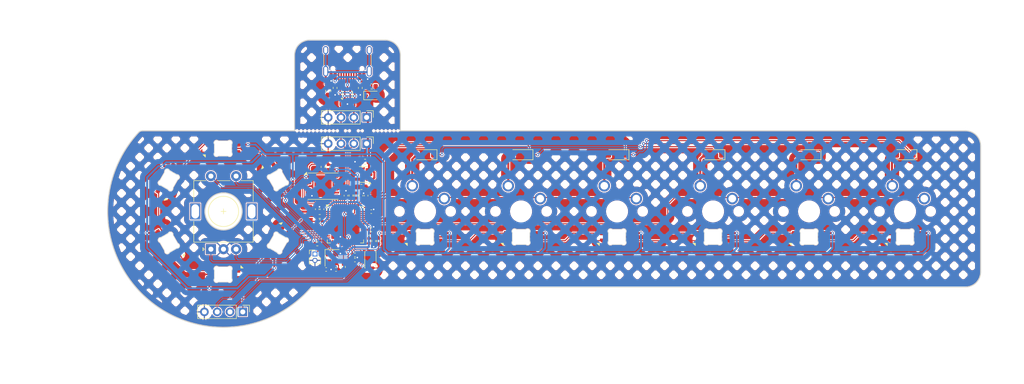
<source format=kicad_pcb>
(kicad_pcb (version 20240108) (generator "pcbnew") (generator_version "8.0")
  (title_block (title "HC Macropad") (date "2024-10-07") (rev "v0.1.2") (company "Google") (comment 1 "Licensed under CERN-OHL-W v2") (comment 2 "Thanks to the work of Bastard Keyboards × plut0nium × freznel"))
  (layers (0 "F.Cu" signal) (31 "B.Cu" signal) (34 "B.Paste" user) (35 "F.Paste" user) (36 "B.SilkS" user "B.Silkscreen") (37 "F.SilkS" user "F.Silkscreen") (38 "B.Mask" user) (39 "F.Mask" user) (44 "Edge.Cuts" user))
  (net 0 "")
  (net 1 "GND")
  (net 2 "+5V")
  (net 3 "+3V3")
  (net 4 "Net-(U1-XIN)")
  (net 5 "Net-(C4-Pad1)")
  (net 6 "+1V1")
  (net 7 "Net-(D1-K)")
  (net 8 "/MCU/LED")
  (net 9 "Net-(D2-A)")
  (net 10 "M_COL0")
  (net 11 "Net-(D_R0C0-A)")
  (net 12 "Net-(D_R0C1-A)")
  (net 13 "M_COL1")
  (net 14 "M_COL2")
  (net 15 "Net-(D_R0C2-A)")
  (net 16 "Net-(D_R1C0-A)")
  (net 17 "Net-(D_R1C1-A)")
  (net 18 "Net-(D_R1C2-A)")
  (net 19 "VBUS")
  (net 20 "Net-(J1-SHIELD)")
  (net 22 "/MCU/D+")
  (net 24 "Net-(J1-CC2)")
  (net 25 "/MCU/D-")
  (net 26 "Net-(J1-CC1)")
  (net 27 "Net-(J2-Pin_1)")
  (net 28 "/MCU/SWCLK")
  (net 29 "/MCU/SWD")
  (net 30 "Net-(LED0-DIN)")
  (net 31 "Net-(LED0-DOUT)")
  (net 32 "Net-(LED1-DOUT)")
  (net 33 "Net-(LED2-DOUT)")
  (net 34 "Net-(LED3-DOUT)")
  (net 35 "Net-(LED4-DOUT)")
  (net 36 "PK_RGB")
  (net 37 "Net-(PK_RGB0-DOUT)")
  (net 38 "Net-(PK_RGB1-DOUT)")
  (net 39 "Net-(PK_RGB2-DOUT)")
  (net 40 "Net-(PK_RGB3-DOUT)")
  (net 41 "Net-(PK_RGB4-DOUT)")
  (net 43 "/MCU/~{RESET}")
  (net 44 "/MCU/QSPI_~{CS}")
  (net 45 "Net-(U1-USB_DP)")
  (net 46 "Net-(U1-USB_DM)")
  (net 47 "Net-(U1-XOUT)")
  (net 48 "RGB")
  (net 49 "ENC_SW1")
  (net 50 "ENC_PIN0")
  (net 51 "ENC_SW0")
  (net 52 "ENC_PIN1")
  (net 53 "M_ROW0")
  (net 54 "M_ROW1")
  (net 59 "/MCU/QSPI_D2")
  (net 60 "/MCU/QSPI_D3")
  (net 63 "/MCU/QSPI_SCLK")
  (net 64 "/MCU/QSPI_D0")
  (net 69 "/MCU/QSPI_D1")
  (footprint "Diode_SMD:D_SOD-123" (layer "F.Cu") (at 192.3 81.5 180)
    (property "Reference" "D_R1C0" (hide yes))
    (property "Value" "D")
  )
  (footprint "Capacitor_SMD:C_0402_1005Metric" (layer "F.Cu") (at 115.52 104.275)
    (property "Reference" "C3" (hide yes))
    (property "Value" "C")
  )
  (footprint "Capacitor_SMD:C_0402_1005Metric" (layer "F.Cu") (at 122.45 89.62 90)
    (property "Reference" "C6" (hide yes))
    (property "Value" "1µ")
  )
  (footprint "PCM_marbastlib-various:USB_C_Receptacle_HRO_TYPE-C-31-M-12" (layer "F.Cu") (at 119.75 61.79 180)
    (property "Reference" "J1" (hide yes))
    (property "Value" "USB_C_Receptacle_USB2.0_16P")
  )
  (footprint "Capacitor_SMD:C_0402_1005Metric" (layer "F.Cu") (at 117.48 104.275 180)
    (property "Reference" "C4" (hide yes))
    (property "Value" "C")
  )
  (footprint "Diode_SMD:D_SOD-123" (layer "F.Cu") (at 230.4 81.5 180)
    (property "Reference" "D_R1C2" (hide yes))
    (property "Value" "D")
  )
  (footprint "Package_SON:WSON-8-1EP_6x5mm_P1.27mm_EP3.4x4.3mm" (layer "F.Cu") (at 114.9 87.745)
    (property "Reference" "U2" (hide yes))
    (property "Value" "W25Q128JVPIQ")
  )
  (footprint "Capacitor_SMD:C_0402_1005Metric" (layer "F.Cu") (at 114.27 94.725 180)
    (property "Reference" "C9" (hide yes))
    (property "Value" "100n")
  )
  (footprint "Connector_PinHeader_2.54mm:PinHeader_1x04_P2.54mm_Vertical" (layer "F.Cu") (at 123.55 79.3 -90)
    (property "Reference" "J5" (hide yes))
    (property "Value" "Conn_01x04_Socket")
  )
  (footprint "Capacitor_SMD:C_0402_1005Metric" (layer "F.Cu") (at 123.45 89.62 90)
    (property "Reference" "C5" (hide yes))
    (property "Value" "1µ")
  )
  (footprint "Button_Switch_SMD:SW_SPST_CK_KXT3" (layer "F.Cu") (at 124.3 102.35 90)
    (property "Reference" "SW1" (hide yes))
    (property "Value" "SW_Push")
  )
  (footprint "PCM_marbastlib-mx:LED_MX_6028R" (layer "F.Cu") (at 192.3 97.81)
    (property "Reference" "PK_RGB3" (hide yes))
    (property "Value" "MX_SK6812MINI-E" (hide yes))
    (fp_line (start -1.699999 -0.702843) (end -1.699999 0.702841) (stroke (width 0.1)) (layer "Edge.Cuts"))
    (fp_line (start -0.794452 1.499999) (end 0.794452 1.499999) (stroke (width 0.1)) (layer "Edge.Cuts"))
    (fp_line (start 0.794452 -1.5) (end -0.794453 -1.5) (stroke (width 0.1)) (layer "Edge.Cuts"))
    (fp_line (start 1.699999 0.702841) (end 1.699999 -0.702843) (stroke (width 0.1)) (layer "Edge.Cuts"))
    (fp_arc (start -1.749484 -0.919721) (mid -1.712527 -0.814069) (end -1.699999 -0.702844) (stroke (width 0.1)) (layer "Edge.Cuts"))
    (fp_arc (start -1.749484 -0.919721) (mid -1.638071 -1.504036) (end -1.046711 -1.568299) (stroke (width 0.1)) (layer "Edge.Cuts"))
    (fp_arc (start -1.699999 0.702841) (mid -1.712527 0.814067) (end -1.749484 0.919719) (stroke (width 0.1)) (layer "Edge.Cuts"))
    (fp_arc (start -1.046711 1.568298) (mid -1.638072 1.504034) (end -1.749484 0.919718) (stroke (width 0.1)) (layer "Edge.Cuts"))
    (fp_arc (start -1.046711 1.568298) (mid -0.925123 1.517376) (end -0.794452 1.499999) (stroke (width 0.1)) (layer "Edge.Cuts"))
    (fp_arc (start -0.794453 -1.5) (mid -0.925123 -1.517377) (end -1.046711 -1.568299) (stroke (width 0.1)) (layer "Edge.Cuts"))
    (fp_arc (start 0.794452 1.499999) (mid 0.925122 1.517376) (end 1.04671 1.568298) (stroke (width 0.1)) (layer "Edge.Cuts"))
    (fp_arc (start 1.046711 -1.5683) (mid 0.925123 -1.517378) (end 0.794453 -1.500001) (stroke (width 0.1)) (layer "Edge.Cuts"))
    (fp_arc (start 1.046711 -1.5683) (mid 1.638072 -1.504036) (end 1.749484 -0.919721) (stroke (width 0.1)) (layer "Edge.Cuts"))
    (fp_arc (start 1.699999 -0.702843) (mid 1.712528 -0.814069) (end 1.749484 -0.919721) (stroke (width 0.1)) (layer "Edge.Cuts"))
    (fp_arc (start 1.749484 0.919719) (mid 1.63807 1.504033) (end 1.046711 1.568296) (stroke (width 0.1)) (layer "Edge.Cuts"))
    (fp_arc (start 1.749484 0.919719) (mid 1.712519 0.814068) (end 1.699999 0.702842) (stroke (width 0.1)) (layer "Edge.Cuts"))
  )
  (footprint "Capacitor_SMD:C_0402_1005Metric" (layer "F.Cu") (at 124.47 96.4)
    (property "Reference" "C13" (hide yes))
    (property "Value" "100n")
  )
  (footprint "LED_SMD:LED_0402_1005Metric" (layer "F.Cu") (at 124 98.6 -90)
    (property "Reference" "D1" (hide yes))
    (property "Value" "LED")
  )
  (footprint "Crystal:Crystal_SMD_2520-4Pin_2.5x2.0mm" (layer "F.Cu") (at 116.7 101.975 -90)
    (property "Reference" "Y1" (hide yes))
    (property "Value" "Crystal_GND24")
  )
  (footprint "Diode_SMD:D_SOD-123" (layer "F.Cu") (at 135.15 81.5 180)
    (property "Reference" "D_R0C0" (hide yes))
    (property "Value" "D")
  )
  (footprint "Resistor_SMD:R_0402_1005Metric" (layer "F.Cu") (at 113.76 99.2)
    (property "Reference" "R3" (hide yes))
    (property "Value" "1k")
  )
  (footprint "Inductor_SMD:L_0603_1608Metric" (layer "F.Cu") (at 115.93 68.8425 -90)
    (property "Reference" "FB1" (hide yes))
    (property "Value" "FerriteBead")
  )
  (footprint "PCM_marbastlib-mx:LED_MX_6028R" (layer "F.Cu") (at 211.35 97.81)
    (property "Reference" "PK_RGB4" (hide yes))
    (property "Value" "MX_SK6812MINI-E" (hide yes))
    (fp_line (start -1.699999 -0.702843) (end -1.699999 0.702841) (stroke (width 0.1)) (layer "Edge.Cuts"))
    (fp_line (start -0.794452 1.499999) (end 0.794452 1.499999) (stroke (width 0.1)) (layer "Edge.Cuts"))
    (fp_line (start 0.794452 -1.5) (end -0.794453 -1.5) (stroke (width 0.1)) (layer "Edge.Cuts"))
    (fp_line (start 1.699999 0.702841) (end 1.699999 -0.702843) (stroke (width 0.1)) (layer "Edge.Cuts"))
    (fp_arc (start -1.749484 -0.919721) (mid -1.712527 -0.814069) (end -1.699999 -0.702844) (stroke (width 0.1)) (layer "Edge.Cuts"))
    (fp_arc (start -1.749484 -0.919721) (mid -1.638071 -1.504036) (end -1.046711 -1.568299) (stroke (width 0.1)) (layer "Edge.Cuts"))
    (fp_arc (start -1.699999 0.702841) (mid -1.712527 0.814067) (end -1.749484 0.919719) (stroke (width 0.1)) (layer "Edge.Cuts"))
    (fp_arc (start -1.046711 1.568298) (mid -1.638072 1.504034) (end -1.749484 0.919718) (stroke (width 0.1)) (layer "Edge.Cuts"))
    (fp_arc (start -1.046711 1.568298) (mid -0.925123 1.517376) (end -0.794452 1.499999) (stroke (width 0.1)) (layer "Edge.Cuts"))
    (fp_arc (start -0.794453 -1.5) (mid -0.925123 -1.517377) (end -1.046711 -1.568299) (stroke (width 0.1)) (layer "Edge.Cuts"))
    (fp_arc (start 0.794452 1.499999) (mid 0.925122 1.517376) (end 1.04671 1.568298) (stroke (width 0.1)) (layer "Edge.Cuts"))
    (fp_arc (start 1.046711 -1.5683) (mid 0.925123 -1.517378) (end 0.794453 -1.500001) (stroke (width 0.1)) (layer "Edge.Cuts"))
    (fp_arc (start 1.046711 -1.5683) (mid 1.638072 -1.504036) (end 1.749484 -0.919721) (stroke (width 0.1)) (layer "Edge.Cuts"))
    (fp_arc (start 1.699999 -0.702843) (mid 1.712528 -0.814069) (end 1.749484 -0.919721) (stroke (width 0.1)) (layer "Edge.Cuts"))
    (fp_arc (start 1.749484 0.919719) (mid 1.63807 1.504033) (end 1.046711 1.568296) (stroke (width 0.1)) (layer "Edge.Cuts"))
    (fp_arc (start 1.749484 0.919719) (mid 1.712519 0.814068) (end 1.699999 0.702842) (stroke (width 0.1)) (layer "Edge.Cuts"))
  )
  (footprint "PCM_marbastlib-various:LED_6028R" (layer "F.Cu") (at 95.071672 80.248898)
    (property "Reference" "LED4" (hide yes))
    (property "Value" "SK6812MINI-E")
    (fp_line (start -1.699999 -0.702843) (end -1.699999 0.702841) (stroke (width 0.1)) (layer "Edge.Cuts"))
    (fp_line (start -0.794452 1.499999) (end 0.794452 1.499999) (stroke (width 0.1)) (layer "Edge.Cuts"))
    (fp_line (start 0.794452 -1.5) (end -0.794453 -1.5) (stroke (width 0.1)) (layer "Edge.Cuts"))
    (fp_line (start 1.699999 0.702841) (end 1.699999 -0.702843) (stroke (width 0.1)) (layer "Edge.Cuts"))
    (fp_arc (start -1.749484 -0.919721) (mid -1.712527 -0.814069) (end -1.699999 -0.702844) (stroke (width 0.1)) (layer "Edge.Cuts"))
    (fp_arc (start -1.749484 -0.919721) (mid -1.638071 -1.504035) (end -1.046711 -1.568299) (stroke (width 0.1)) (layer "Edge.Cuts"))
    (fp_arc (start -1.699999 0.702841) (mid -1.712527 0.814067) (end -1.749484 0.919719) (stroke (width 0.1)) (layer "Edge.Cuts"))
    (fp_arc (start -1.046711 1.568298) (mid -1.638072 1.504034) (end -1.749484 0.919718) (stroke (width 0.1)) (layer "Edge.Cuts"))
    (fp_arc (start -1.046711 1.568298) (mid -0.925123 1.517376) (end -0.794452 1.499999) (stroke (width 0.1)) (layer "Edge.Cuts"))
    (fp_arc (start -0.794453 -1.5) (mid -0.925123 -1.517377) (end -1.046711 -1.568299) (stroke (width 0.1)) (layer "Edge.Cuts"))
    (fp_arc (start 0.794452 1.499999) (mid 0.925122 1.517376) (end 1.04671 1.568298) (stroke (width 0.1)) (layer "Edge.Cuts"))
    (fp_arc (start 1.046711 -1.5683) (mid 0.925123 -1.517378) (end 0.794453 -1.500001) (stroke (width 0.1)) (layer "Edge.Cuts"))
    (fp_arc (start 1.046711 -1.5683) (mid 1.638072 -1.504036) (end 1.749484 -0.919721) (stroke (width 0.1)) (layer "Edge.Cuts"))
    (fp_arc (start 1.699999 -0.702843) (mid 1.712528 -0.814069) (end 1.749484 -0.919721) (stroke (width 0.1)) (layer "Edge.Cuts"))
    (fp_arc (start 1.749484 0.919719) (mid 1.63807 1.504033) (end 1.046711 1.568296) (stroke (width 0.1)) (layer "Edge.Cuts"))
    (fp_arc (start 1.749484 0.919719) (mid 1.712519 0.814068) (end 1.699999 0.702842) (stroke (width 0.1)) (layer "Edge.Cuts"))
  )
  (footprint "PCM_marbastlib-various:LED_6028R" (layer "F.Cu") (at 105.941351 99.016666 -120)
    (property "Reference" "LED0" (hide yes))
    (property "Value" "SK6812MINI-E")
    (fp_line (start 1.699999 0.702841) (end 1.699999 -0.702843) (stroke (width 0.1)) (layer "Edge.Cuts"))
    (fp_line (start -0.794452 1.499999) (end 0.794452 1.499999) (stroke (width 0.1)) (layer "Edge.Cuts"))
    (fp_line (start 0.794452 -1.5) (end -0.794453 -1.500001) (stroke (width 0.1)) (layer "Edge.Cuts"))
    (fp_line (start -1.699999 -0.702843) (end -1.699999 0.702841) (stroke (width 0.1)) (layer "Edge.Cuts"))
    (fp_arc (start 0.794452 1.499999) (mid 0.925122 1.517376) (end 1.04671 1.568298) (stroke (width 0.1)) (layer "Edge.Cuts"))
    (fp_arc (start 1.749484 0.919719) (mid 1.63807 1.504033) (end 1.046711 1.568296) (stroke (width 0.1)) (layer "Edge.Cuts"))
    (fp_arc (start 1.749484 0.919719) (mid 1.71252 0.814069) (end 1.699999 0.702843) (stroke (width 0.1)) (layer "Edge.Cuts"))
    (fp_arc (start -1.046711 1.568297) (mid -0.925122 1.517375) (end -0.794452 1.499999) (stroke (width 0.1)) (layer "Edge.Cuts"))
    (fp_arc (start -1.046711 1.568297) (mid -1.638071 1.504034) (end -1.749484 0.919718) (stroke (width 0.1)) (layer "Edge.Cuts"))
    (fp_arc (start 1.699999 -0.702843) (mid 1.712528 -0.814068) (end 1.749484 -0.919721) (stroke (width 0.1)) (layer "Edge.Cuts"))
    (fp_arc (start -1.699999 0.702841) (mid -1.712527 0.814067) (end -1.749484 0.919719) (stroke (width 0.1)) (layer "Edge.Cuts"))
    (fp_arc (start 1.046711 -1.5683) (mid 1.638072 -1.504037) (end 1.749484 -0.919721) (stroke (width 0.1)) (layer "Edge.Cuts"))
    (fp_arc (start 1.046711 -1.5683) (mid 0.925123 -1.517378) (end 0.794453 -1.500001) (stroke (width 0.1)) (layer "Edge.Cuts"))
    (fp_arc (start -1.749484 -0.919721) (mid -1.712527 -0.814069) (end -1.699999 -0.702844) (stroke (width 0.1)) (layer "Edge.Cuts"))
    (fp_arc (start -1.749484 -0.919721) (mid -1.63807 -1.504035) (end -1.046711 -1.568299) (stroke (width 0.1)) (layer "Edge.Cuts"))
    (fp_arc (start -0.794453 -1.500001) (mid -0.925123 -1.517378) (end -1.046711 -1.568299) (stroke (width 0.1)) (layer "Edge.Cuts"))
  )
  (footprint "Connector_PinHeader_2.54mm:PinHeader_1x04_P2.54mm_Vertical" (layer "F.Cu") (at 123.55 74.1 -90)
    (property "Reference" "J4" (hide yes))
    (property "Value" "Conn_01x04_Socket")
  )
  (footprint "Resistor_SMD:R_0402_1005Metric" (layer "F.Cu") (at 124.95 98.625 -90)
    (property "Reference" "R1" (hide yes))
    (property "Value" "1k")
  )
  (footprint "Package_TO_SOT_SMD:SOT-666" (layer "F.Cu") (at 119.75 69.525 90)
    (property "Reference" "U4" (hide yes))
    (property "Value" "USBLC6-2P6")
  )
  (footprint "Resistor_SMD:R_0402_1005Metric" (layer "F.Cu") (at 120.45 89.6 -90)
    (property "Reference" "R6" (hide yes))
    (property "Value" "27")
  )
  (footprint "Package_TO_SOT_SMD:SOT-23-5" (layer "F.Cu") (at 122.884737 85.422237 180)
    (property "Reference" "U3" (hide yes))
    (property "Value" "AP2127K-3.3")
  )
  (footprint "Diode_SMD:D_SOD-323" (layer "F.Cu") (at 124.5875 69.75)
    (property "Reference" "D2" (hide yes))
    (property "Value" "D_Schottky")
  )
  (footprint "PCM_marbastlib-mx:LED_MX_6028R" (layer "F.Cu") (at 230.4 97.81)
    (property "Reference" "PK_RGB5" (hide yes))
    (property "Value" "MX_SK6812MINI-E" (hide yes))
    (fp_line (start -1.699999 -0.702843) (end -1.699999 0.702841) (stroke (width 0.1)) (layer "Edge.Cuts"))
    (fp_line (start -0.794452 1.499999) (end 0.794452 1.499999) (stroke (width 0.1)) (layer "Edge.Cuts"))
    (fp_line (start 0.794452 -1.5) (end -0.794453 -1.5) (stroke (width 0.1)) (layer "Edge.Cuts"))
    (fp_line (start 1.699999 0.702841) (end 1.699999 -0.702843) (stroke (width 0.1)) (layer "Edge.Cuts"))
    (fp_arc (start -1.749484 -0.919721) (mid -1.712527 -0.814069) (end -1.699999 -0.702844) (stroke (width 0.1)) (layer "Edge.Cuts"))
    (fp_arc (start -1.749484 -0.919721) (mid -1.638071 -1.504036) (end -1.046711 -1.568299) (stroke (width 0.1)) (layer "Edge.Cuts"))
    (fp_arc (start -1.699999 0.702841) (mid -1.712527 0.814067) (end -1.749484 0.919719) (stroke (width 0.1)) (layer "Edge.Cuts"))
    (fp_arc (start -1.046711 1.568298) (mid -1.638072 1.504034) (end -1.749484 0.919718) (stroke (width 0.1)) (layer "Edge.Cuts"))
    (fp_arc (start -1.046711 1.568298) (mid -0.925123 1.517376) (end -0.794452 1.499999) (stroke (width 0.1)) (layer "Edge.Cuts"))
    (fp_arc (start -0.794453 -1.5) (mid -0.925123 -1.517377) (end -1.046711 -1.568299) (stroke (width 0.1)) (layer "Edge.Cuts"))
    (fp_arc (start 0.794452 1.499999) (mid 0.925122 1.517376) (end 1.04671 1.568298) (stroke (width 0.1)) (layer "Edge.Cuts"))
    (fp_arc (start 1.046711 -1.5683) (mid 0.925123 -1.517378) (end 0.794453 -1.500001) (stroke (width 0.1)) (layer "Edge.Cuts"))
    (fp_arc (start 1.046711 -1.5683) (mid 1.638072 -1.504036) (end 1.749484 -0.919721) (stroke (width 0.1)) (layer "Edge.Cuts"))
    (fp_arc (start 1.699999 -0.702843) (mid 1.712528 -0.814069) (end 1.749484 -0.919721) (stroke (width 0.1)) (layer "Edge.Cuts"))
    (fp_arc (start 1.749484 0.919719) (mid 1.63807 1.504033) (end 1.046711 1.568296) (stroke (width 0.1)) (layer "Edge.Cuts"))
    (fp_arc (start 1.749484 0.919719) (mid 1.712519 0.814068) (end 1.699999 0.702842) (stroke (width 0.1)) (layer "Edge.Cuts"))
  )
  (footprint "PCM_marbastlib-mx:LED_MX_6028R" (layer "F.Cu") (at 154.2 97.81)
    (property "Reference" "PK_RGB1" (hide yes))
    (property "Value" "MX_SK6812MINI-E" (hide yes))
    (fp_line (start -1.699999 -0.702843) (end -1.699999 0.702841) (stroke (width 0.1)) (layer "Edge.Cuts"))
    (fp_line (start -0.794452 1.499999) (end 0.794452 1.499999) (stroke (width 0.1)) (layer "Edge.Cuts"))
    (fp_line (start 0.794452 -1.5) (end -0.794453 -1.5) (stroke (width 0.1)) (layer "Edge.Cuts"))
    (fp_line (start 1.699999 0.702841) (end 1.699999 -0.702843) (stroke (width 0.1)) (layer "Edge.Cuts"))
    (fp_arc (start -1.749484 -0.919721) (mid -1.712527 -0.814069) (end -1.699999 -0.702844) (stroke (width 0.1)) (layer "Edge.Cuts"))
    (fp_arc (start -1.749484 -0.919721) (mid -1.638071 -1.504036) (end -1.046711 -1.568299) (stroke (width 0.1)) (layer "Edge.Cuts"))
    (fp_arc (start -1.699999 0.702841) (mid -1.712527 0.814067) (end -1.749484 0.919719) (stroke (width 0.1)) (layer "Edge.Cuts"))
    (fp_arc (start -1.046711 1.568298) (mid -1.638072 1.504034) (end -1.749484 0.919718) (stroke (width 0.1)) (layer "Edge.Cuts"))
    (fp_arc (start -1.046711 1.568298) (mid -0.925123 1.517376) (end -0.794452 1.499999) (stroke (width 0.1)) (layer "Edge.Cuts"))
    (fp_arc (start -0.794453 -1.5) (mid -0.925123 -1.517377) (end -1.046711 -1.568299) (stroke (width 0.1)) (layer "Edge.Cuts"))
    (fp_arc (start 0.794452 1.499999) (mid 0.925122 1.517376) (end 1.04671 1.568298) (stroke (width 0.1)) (layer "Edge.Cuts"))
    (fp_arc (start 1.046711 -1.5683) (mid 0.925123 -1.517378) (end 0.794453 -1.500001) (stroke (width 0.1)) (layer "Edge.Cuts"))
    (fp_arc (start 1.046711 -1.5683) (mid 1.638072 -1.504036) (end 1.749484 -0.919721) (stroke (width 0.1)) (layer "Edge.Cuts"))
    (fp_arc (start 1.699999 -0.702843) (mid 1.712528 -0.814069) (end 1.749484 -0.919721) (stroke (width 0.1)) (layer "Edge.Cuts"))
    (fp_arc (start 1.749484 0.919719) (mid 1.63807 1.504033) (end 1.046711 1.568296) (stroke (width 0.1)) (layer "Edge.Cuts"))
    (fp_arc (start 1.749484 0.919719) (mid 1.712519 0.814068) (end 1.699999 0.702842) (stroke (width 0.1)) (layer "Edge.Cuts"))
  )
  (footprint "PCM_marbastlib-various:LED_6028R" (layer "F.Cu") (at 95.071671 105.24891 180)
    (property "Reference" "LED1" (hide yes))
    (property "Value" "SK6812MINI-E")
    (fp_line (start 1.699999 0.702841) (end 1.699999 -0.702843) (stroke (width 0.1)) (layer "Edge.Cuts"))
    (fp_line (start 0.794452 -1.5) (end -0.794453 -1.5) (stroke (width 0.1)) (layer "Edge.Cuts"))
    (fp_line (start -0.794452 1.499999) (end 0.794452 1.499999) (stroke (width 0.1)) (layer "Edge.Cuts"))
    (fp_line (start -1.699999 -0.702843) (end -1.699999 0.702841) (stroke (width 0.1)) (layer "Edge.Cuts"))
    (fp_arc (start 1.749484 0.919719) (mid 1.712519 0.814068) (end 1.699999 0.702842) (stroke (width 0.1)) (layer "Edge.Cuts"))
    (fp_arc (start 1.749484 0.919719) (mid 1.63807 1.504033) (end 1.046711 1.568296) (stroke (width 0.1)) (layer "Edge.Cuts"))
    (fp_arc (start 1.699999 -0.702843) (mid 1.712528 -0.814069) (end 1.749484 -0.919721) (stroke (width 0.1)) (layer "Edge.Cuts"))
    (fp_arc (start 1.046711 -1.5683) (mid 1.638072 -1.504036) (end 1.749484 -0.919721) (stroke (width 0.1)) (layer "Edge.Cuts"))
    (fp_arc (start 1.046711 -1.5683) (mid 0.925123 -1.517378) (end 0.794453 -1.500001) (stroke (width 0.1)) (layer "Edge.Cuts"))
    (fp_arc (start 0.794452 1.499999) (mid 0.925122 1.517376) (end 1.04671 1.568298) (stroke (width 0.1)) (layer "Edge.Cuts"))
    (fp_arc (start -0.794453 -1.5) (mid -0.925123 -1.517377) (end -1.046711 -1.568299) (stroke (width 0.1)) (layer "Edge.Cuts"))
    (fp_arc (start -1.046711 1.568298) (mid -0.925123 1.517376) (end -0.794452 1.499999) (stroke (width 0.1)) (layer "Edge.Cuts"))
    (fp_arc (start -1.046711 1.568298) (mid -1.638072 1.504034) (end -1.749484 0.919718) (stroke (width 0.1)) (layer "Edge.Cuts"))
    (fp_arc (start -1.699999 0.702841) (mid -1.712527 0.814067) (end -1.749484 0.919719) (stroke (width 0.1)) (layer "Edge.Cuts"))
    (fp_arc (start -1.749484 -0.919721) (mid -1.638071 -1.504035) (end -1.046711 -1.568299) (stroke (width 0.1)) (layer "Edge.Cuts"))
    (fp_arc (start -1.749484 -0.919721) (mid -1.712527 -0.814069) (end -1.699999 -0.702844) (stroke (width 0.1)) (layer "Edge.Cuts"))
  )
  (footprint "Resistor_SMD:R_0402_1005Metric" (layer "F.Cu") (at 122.3 68.25 -90)
    (property "Reference" "R4" (hide yes))
    (property "Value" "5.1k")
  )
  (footprint "Capacitor_SMD:C_0402_1005Metric" (layer "F.Cu") (at 114.7 92.32 90)
    (property "Reference" "C12" (hide yes))
    (property "Value" "100n")
  )
  (footprint "Diode_SMD:D_SOD-123" (layer "F.Cu") (at 154.2 81.5 180)
    (property "Reference" "D_R0C1" (hide yes))
    (property "Value" "D")
  )
  (footprint "PCM_marbastlib-mx:LED_MX_6028R" (layer "F.Cu") (at 135.15 97.81)
    (property "Reference" "PK_RGB0" (hide yes))
    (property "Value" "MX_SK6812MINI-E" (hide yes))
    (fp_line (start -1.699999 -0.702843) (end -1.699999 0.702841) (stroke (width 0.1)) (layer "Edge.Cuts"))
    (fp_line (start -0.794452 1.499999) (end 0.794452 1.499999) (stroke (width 0.1)) (layer "Edge.Cuts"))
    (fp_line (start 0.794452 -1.5) (end -0.794453 -1.5) (stroke (width 0.1)) (layer "Edge.Cuts"))
    (fp_line (start 1.699999 0.702841) (end 1.699999 -0.702843) (stroke (width 0.1)) (layer "Edge.Cuts"))
    (fp_arc (start -1.749484 -0.919721) (mid -1.712527 -0.814069) (end -1.699999 -0.702844) (stroke (width 0.1)) (layer "Edge.Cuts"))
    (fp_arc (start -1.749484 -0.919721) (mid -1.638071 -1.504036) (end -1.046711 -1.568299) (stroke (width 0.1)) (layer "Edge.Cuts"))
    (fp_arc (start -1.699999 0.702841) (mid -1.712527 0.814067) (end -1.749484 0.919719) (stroke (width 0.1)) (layer "Edge.Cuts"))
    (fp_arc (start -1.046711 1.568298) (mid -1.638072 1.504034) (end -1.749484 0.919718) (stroke (width 0.1)) (layer "Edge.Cuts"))
    (fp_arc (start -1.046711 1.568298) (mid -0.925123 1.517376) (end -0.794452 1.499999) (stroke (width 0.1)) (layer "Edge.Cuts"))
    (fp_arc (start -0.794453 -1.5) (mid -0.925123 -1.517377) (end -1.046711 -1.568299) (stroke (width 0.1)) (layer "Edge.Cuts"))
    (fp_arc (start 0.794452 1.499999) (mid 0.925122 1.517376) (end 1.04671 1.568298) (stroke (width 0.1)) (layer "Edge.Cuts"))
    (fp_arc (start 1.046711 -1.5683) (mid 0.925123 -1.517378) (end 0.794453 -1.500001) (stroke (width 0.1)) (layer "Edge.Cuts"))
    (fp_arc (start 1.046711 -1.5683) (mid 1.638072 -1.504036) (end 1.749484 -0.919721) (stroke (width 0.1)) (layer "Edge.Cuts"))
    (fp_arc (start 1.699999 -0.702843) (mid 1.712528 -0.814069) (end 1.749484 -0.919721) (stroke (width 0.1)) (layer "Edge.Cuts"))
    (fp_arc (start 1.749484 0.919719) (mid 1.63807 1.504033) (end 1.046711 1.568296) (stroke (width 0.1)) (layer "Edge.Cuts"))
    (fp_arc (start 1.749484 0.919719) (mid 1.712519 0.814068) (end 1.699999 0.702842) (stroke (width 0.1)) (layer "Edge.Cuts"))
  )
  (footprint "Connector_PinHeader_1.27mm:PinHeader_1x02_P1.27mm_Vertical" (layer "F.Cu") (at 113.3 101.2)
    (property "Reference" "J2" (hide yes))
    (property "Value" "Conn_01x02_Socket")
  )
  (footprint "Capacitor_SMD:C_0402_1005Metric" (layer "F.Cu") (at 121.23 102.4)
    (property "Reference" "C14" (hide yes))
    (property "Value" "100n")
  )
  (footprint "Package_DFN_QFN:QFN-56-1EP_7x7mm_P0.4mm_EP3.2x3.2mm" (layer "F.Cu") (at 119.35 95.4)
    (property "Reference" "U1" (hide yes))
    (property "Value" "RP2040")
  )
  (footprint "Diode_SMD:D_SOD-123" (layer "F.Cu") (at 211.35 81.5 180)
    (property "Reference" "D_R1C1" (hide yes))
    (property "Value" "D")
  )
  (footprint "Capacitor_SMD:C_0402_1005Metric" (layer "F.Cu") (at 113.75 92.32 90)
    (property "Reference" "C_RGB1" (hide yes))
    (property "Value" "1µ")
  )
  (footprint "Capacitor_SMD:C_0603_1608Metric" (layer "F.Cu") (at 123.247237 82.9 180)
    (property "Reference" "C1" (hide yes))
    (property "Value" "1µ")
  )
  (footprint "Resistor_SMD:R_0402_1005Metric" (layer "F.Cu") (at 117.3 68.25 -90)
    (property "Reference" "R5" (hide yes))
    (property "Value" "5.1k")
  )
  (footprint "Capacitor_SMD:C_0402_1005Metric" (layer "F.Cu") (at 124.47 92.8)
    (property "Reference" "C11" (hide yes))
    (property "Value" "100n")
  )
  (footprint "Resistor_SMD:R_0402_1005Metric" (layer "F.Cu") (at 114.24 93.75 180)
    (property "Reference" "R_RGB1" (hide yes))
    (property "Value" "1k")
  )
  (footprint "Resistor_SMD:R_0402_1005Metric" (layer "F.Cu") (at 125.95 98.625 -90)
    (property "Reference" "R2" (hide yes))
    (property "Value" "10k")
  )
  (footprint "Resistor_SMD:R_0402_1005Metric" (layer "F.Cu") (at 114.9 83.92 90)
    (property "Reference" "R9" (hide yes))
    (property "Value" "10k")
  )
  (footprint "Capacitor_SMD:C_0402_1005Metric" (layer "F.Cu") (at 121.23 101.4)
    (property "Reference" "C8" (hide yes))
    (property "Value" "100n")
  )
  (footprint "Capacitor_SMD:C_0603_1608Metric" (layer "F.Cu") (at 122.522237 87.9)
    (property "Reference" "C2" (hide yes))
    (property "Value" "1µ")
  )
  (footprint "Capacitor_SMD:C_0402_1005Metric" (layer "F.Cu") (at 119.45 89.62 90)
    (property "Reference" "C7" (hide yes))
    (property "Value" "100n")
  )
  (footprint "PCM_marbastlib-various:LED_6028R" (layer "F.Cu") (at 84.302547 98.998044 120)
    (property "Reference" "LED2" (hide yes))
    (property "Value" "SK6812MINI-E")
    (fp_line (start 0.794452 -1.5) (end -0.794452 -1.5) (stroke (width 0.1)) (layer "Edge.Cuts"))
    (fp_line (start 1.699999 0.702841) (end 1.699999 -0.702843) (stroke (width 0.1)) (layer "Edge.Cuts"))
    (fp_line (start -1.699999 -0.702843) (end -1.699999 0.702841) (stroke (width 0.1)) (layer "Edge.Cuts"))
    (fp_line (start -0.794452 1.499999) (end 0.794452 1.499999) (stroke (width 0.1)) (layer "Edge.Cuts"))
    (fp_arc (start 1.046711 -1.5683) (mid 0.925123 -1.517378) (end 0.794453 -1.500001) (stroke (width 0.1)) (layer "Edge.Cuts"))
    (fp_arc (start 1.046711 -1.5683) (mid 1.638071 -1.504037) (end 1.749484 -0.919721) (stroke (width 0.1)) (layer "Edge.Cuts"))
    (fp_arc (start 1.699999 -0.702843) (mid 1.712528 -0.814069) (end 1.749484 -0.919721) (stroke (width 0.1)) (layer "Edge.Cuts"))
    (fp_arc (start -0.794452 -1.5) (mid -0.925123 -1.517378) (end -1.046711 -1.568299) (stroke (width 0.1)) (layer "Edge.Cuts"))
    (fp_arc (start 1.749484 0.919719) (mid 1.712519 0.814068) (end 1.699998 0.702842) (stroke (width 0.1)) (layer "Edge.Cuts"))
    (fp_arc (start 1.749484 0.919719) (mid 1.63807 1.504033) (end 1.046711 1.568296) (stroke (width 0.1)) (layer "Edge.Cuts"))
    (fp_arc (start -1.749484 -0.919721) (mid -1.638071 -1.504036) (end -1.046711 -1.568299) (stroke (width 0.1)) (layer "Edge.Cuts"))
    (fp_arc (start -1.749484 -0.919721) (mid -1.712527 -0.814069) (end -1.699999 -0.702844) (stroke (width 0.1)) (layer "Edge.Cuts"))
    (fp_arc (start 0.794452 1.499999) (mid 0.925122 1.517376) (end 1.04671 1.568298) (stroke (width 0.1)) (layer "Edge.Cuts"))
    (fp_arc (start -1.699999 0.702841) (mid -1.712527 0.814067) (end -1.749484 0.919719) (stroke (width 0.1)) (layer "Edge.Cuts"))
    (fp_arc (start -1.046711 1.568298) (mid -1.638072 1.504034) (end -1.749484 0.919718) (stroke (width 0.1)) (layer "Edge.Cuts"))
    (fp_arc (start -1.046711 1.568298) (mid -0.925122 1.517376) (end -0.794452 1.499999) (stroke (width 0.1)) (layer "Edge.Cuts"))
  )
  (footprint "Resistor_SMD:R_0402_1005Metric" (layer "F.Cu") (at 118.95 103.765 -90)
    (property "Reference" "R8" (hide yes))
    (property "Value" "1k")
  )
  (footprint "PCM_marbastlib-various:LED_6028R" (layer "F.Cu") (at 84.293055 86.518016 60)
    (property "Reference" "LED3" (hide yes))
    (property "Value" "SK6812MINI-E")
    (fp_line (start -1.699999 -0.702843) (end -1.699999 0.702841) (stroke (width 0.1)) (layer "Edge.Cuts"))
    (fp_line (start 0.794452 -1.5) (end -0.794453 -1.500001) (stroke (width 0.1)) (layer "Edge.Cuts"))
    (fp_line (start -0.794452 1.499999) (end 0.794452 1.499999) (stroke (width 0.1)) (layer "Edge.Cuts"))
    (fp_line (start 1.699999 0.702841) (end 1.699999 -0.702843) (stroke (width 0.1)) (layer "Edge.Cuts"))
    (fp_arc (start -0.794453 -1.500001) (mid -0.925123 -1.517378) (end -1.046711 -1.568299) (stroke (width 0.1)) (layer "Edge.Cuts"))
    (fp_arc (start -1.749484 -0.919721) (mid -1.63807 -1.504035) (end -1.046711 -1.568299) (stroke (width 0.1)) (layer "Edge.Cuts"))
    (fp_arc (start -1.749484 -0.919721) (mid -1.712527 -0.814069) (end -1.699999 -0.702844) (stroke (width 0.1)) (layer "Edge.Cuts"))
    (fp_arc (start 1.046711 -1.5683) (mid 0.925123 -1.517378) (end 0.794453 -1.500001) (stroke (width 0.1)) (layer "Edge.Cuts"))
    (fp_arc (start 1.046711 -1.5683) (mid 1.638072 -1.504037) (end 1.749484 -0.919721) (stroke (width 0.1)) (layer "Edge.Cuts"))
    (fp_arc (start -1.699999 0.702841) (mid -1.712527 0.814067) (end -1.749484 0.919719) (stroke (width 0.1)) (layer "Edge.Cuts"))
    (fp_arc (start 1.699999 -0.702843) (mid 1.712528 -0.814068) (end 1.749484 -0.919721) (stroke (width 0.1)) (layer "Edge.Cuts"))
    (fp_arc (start -1.046711 1.568297) (mid -1.638071 1.504034) (end -1.749484 0.919718) (stroke (width 0.1)) (layer "Edge.Cuts"))
    (fp_arc (start -1.046711 1.568297) (mid -0.925122 1.517375) (end -0.794452 1.499999) (stroke (width 0.1)) (layer "Edge.Cuts"))
    (fp_arc (start 1.749484 0.919719) (mid 1.71252 0.814069) (end 1.699999 0.702843) (stroke (width 0.1)) (layer "Edge.Cuts"))
    (fp_arc (start 1.749484 0.919719) (mid 1.63807 1.504033) (end 1.046711 1.568296) (stroke (width 0.1)) (layer "Edge.Cuts"))
    (fp_arc (start 0.794452 1.499999) (mid 0.925122 1.517376) (end 1.04671 1.568298) (stroke (width 0.1)) (layer "Edge.Cuts"))
  )
  (footprint "Diode_SMD:D_SOD-123" (layer "F.Cu") (at 173.25 81.5 180)
    (property "Reference" "D_R0C2" (hide yes))
    (property "Value" "D")
  )
  (footprint "Fuse:Fuse_0603_1608Metric" (layer "F.Cu") (at 124.55 67.95)
    (property "Reference" "F1" (hide yes))
    (property "Value" "Polyfuse")
  )
  (footprint "PCM_marbastlib-mx:LED_MX_6028R" (layer "F.Cu") (at 173.25 97.81)
    (property "Reference" "PK_RGB2" (hide yes))
    (property "Value" "MX_SK6812MINI-E" (hide yes))
    (fp_line (start -1.699999 -0.702843) (end -1.699999 0.702841) (stroke (width 0.1)) (layer "Edge.Cuts"))
    (fp_line (start -0.794452 1.499999) (end 0.794452 1.499999) (stroke (width 0.1)) (layer "Edge.Cuts"))
    (fp_line (start 0.794452 -1.5) (end -0.794453 -1.5) (stroke (width 0.1)) (layer "Edge.Cuts"))
    (fp_line (start 1.699999 0.702841) (end 1.699999 -0.702843) (stroke (width 0.1)) (layer "Edge.Cuts"))
    (fp_arc (start -1.749484 -0.919721) (mid -1.712527 -0.814069) (end -1.699999 -0.702844) (stroke (width 0.1)) (layer "Edge.Cuts"))
    (fp_arc (start -1.749484 -0.919721) (mid -1.638071 -1.504036) (end -1.046711 -1.568299) (stroke (width 0.1)) (layer "Edge.Cuts"))
    (fp_arc (start -1.699999 0.702841) (mid -1.712527 0.814067) (end -1.749484 0.919719) (stroke (width 0.1)) (layer "Edge.Cuts"))
    (fp_arc (start -1.046711 1.568298) (mid -1.638072 1.504034) (end -1.749484 0.919718) (stroke (width 0.1)) (layer "Edge.Cuts"))
    (fp_arc (start -1.046711 1.568298) (mid -0.925123 1.517376) (end -0.794452 1.499999) (stroke (width 0.1)) (layer "Edge.Cuts"))
    (fp_arc (start -0.794453 -1.5) (mid -0.925123 -1.517377) (end -1.046711 -1.568299) (stroke (width 0.1)) (layer "Edge.Cuts"))
    (fp_arc (start 0.794452 1.499999) (mid 0.925122 1.517376) (end 1.04671 1.568298) (stroke (width 0.1)) (layer "Edge.Cuts"))
    (fp_arc (start 1.046711 -1.5683) (mid 0.925123 -1.517378) (end 0.794453 -1.500001) (stroke (width 0.1)) (layer "Edge.Cuts"))
    (fp_arc (start 1.046711 -1.5683) (mid 1.638072 -1.504036) (end 1.749484 -0.919721) (stroke (width 0.1)) (layer "Edge.Cuts"))
    (fp_arc (start 1.699999 -0.702843) (mid 1.712528 -0.814069) (end 1.749484 -0.919721) (stroke (width 0.1)) (layer "Edge.Cuts"))
    (fp_arc (start 1.749484 0.919719) (mid 1.63807 1.504033) (end 1.046711 1.568296) (stroke (width 0.1)) (layer "Edge.Cuts"))
    (fp_arc (start 1.749484 0.919719) (mid 1.712519 0.814068) (end 1.699999 0.702842) (stroke (width 0.1)) (layer "Edge.Cuts"))
  )
  (footprint "PCM_marbastlib-various:LED_6028R" (layer "F.Cu") (at 105.951631 86.498939 -60)
    (property "Reference" "LED5" (hide yes))
    (property "Value" "SK6812MINI-E")
    (fp_line (start -0.794452 1.499999) (end 0.794452 1.499999) (stroke (width 0.1)) (layer "Edge.Cuts"))
    (fp_line (start -1.699999 -0.702843) (end -1.699999 0.702841) (stroke (width 0.1)) (layer "Edge.Cuts"))
    (fp_line (start 1.699999 0.702841) (end 1.699999 -0.702843) (stroke (width 0.1)) (layer "Edge.Cuts"))
    (fp_line (start 0.794452 -1.5) (end -0.794452 -1.5) (stroke (width 0.1)) (layer "Edge.Cuts"))
    (fp_arc (start -1.046711 1.568298) (mid -0.925122 1.517376) (end -0.794452 1.499999) (stroke (width 0.1)) (layer "Edge.Cuts"))
    (fp_arc (start -1.046711 1.568298) (mid -1.638072 1.504034) (end -1.749484 0.919718) (stroke (width 0.1)) (layer "Edge.Cuts"))
    (fp_arc (start -1.699999 0.702841) (mid -1.712527 0.814067) (end -1.749484 0.919719) (stroke (width 0.1)) (layer "Edge.Cuts"))
    (fp_arc (start 0.794452 1.499999) (mid 0.925122 1.517376) (end 1.04671 1.568298) (stroke (width 0.1)) (layer "Edge.Cuts"))
    (fp_arc (start -1.749484 -0.919721) (mid -1.712527 -0.814069) (end -1.699999 -0.702844) (stroke (width 0.1)) (layer "Edge.Cuts"))
    (fp_arc (start -1.749484 -0.919721) (mid -1.638071 -1.504036) (end -1.046711 -1.568299) (stroke (width 0.1)) (layer "Edge.Cuts"))
    (fp_arc (start 1.749484 0.919719) (mid 1.63807 1.504033) (end 1.046711 1.568296) (stroke (width 0.1)) (layer "Edge.Cuts"))
    (fp_arc (start 1.749484 0.919719) (mid 1.712519 0.814068) (end 1.699998 0.702842) (stroke (width 0.1)) (layer "Edge.Cuts"))
    (fp_arc (start -0.794452 -1.5) (mid -0.925123 -1.517378) (end -1.046711 -1.568299) (stroke (width 0.1)) (layer "Edge.Cuts"))
    (fp_arc (start 1.699999 -0.702843) (mid 1.712528 -0.814069) (end 1.749484 -0.919721) (stroke (width 0.1)) (layer "Edge.Cuts"))
    (fp_arc (start 1.046711 -1.5683) (mid 1.638071 -1.504037) (end 1.749484 -0.919721) (stroke (width 0.1)) (layer "Edge.Cuts"))
    (fp_arc (start 1.046711 -1.5683) (mid 0.925123 -1.517378) (end 0.794453 -1.500001) (stroke (width 0.1)) (layer "Edge.Cuts"))
  )
  (footprint "Resistor_SMD:R_0402_1005Metric" (layer "F.Cu") (at 121.45 89.61 -90)
    (property "Reference" "R7" (hide yes))
    (property "Value" "27")
  )
  (footprint "Capacitor_SMD:C_0402_1005Metric" (layer "F.Cu") (at 115.93 83.95 90)
    (property "Reference" "C10" (hide yes))
    (property "Value" "100n")
  )
  (footprint "Rotary_Encoder:RotaryEncoder_Alps_EC11E-Switch_Vertical_H20mm" (layer "F.Cu") (at 92.649595 100.25 90)
    (property "Reference" "R_SW0" (hide yes))
    (property "Value" "RotaryEncoder_Switch")
  )
  (footprint "Connector_PinHeader_2.54mm:PinHeader_1x04_P2.54mm_Vertical" (layer "F.Cu") (at 98.979171 112.69 -90)
    (property "Reference" "J3" (hide yes))
    (property "Value" "Conn_01x04_Socket")
  )
  (footprint "PCM_marbastlib-mx:SW_MX_1u" (layer "B.Cu") (at 230.4 92.75 180)
    (property "Reference" "SW_R1C2" (hide yes))
    (property "Value" "SW_Push")
  )
  (footprint "PCM_marbastlib-mx:SW_MX_1u" (layer "B.Cu") (at 135.15 92.75 180)
    (property "Reference" "SW_R0C0" (hide yes))
    (property "Value" "SW_Push")
  )
  (footprint "PCM_marbastlib-mx:SW_MX_1u" (layer "B.Cu") (at 192.3 92.75 180)
    (property "Reference" "SW_R1C0" (hide yes))
    (property "Value" "SW_Push")
  )
  (footprint "PCM_marbastlib-mx:SW_MX_1u" (layer "B.Cu") (at 211.35 92.75 180)
    (property "Reference" "SW_R1C1" (hide yes))
    (property "Value" "SW_Push")
  )
  (footprint "PCM_marbastlib-mx:SW_MX_1u" (layer "B.Cu") (at 173.25 92.75 180)
    (property "Reference" "SW_R0C2" (hide yes))
    (property "Value" "SW_Push")
  )
  (footprint "PCM_marbastlib-mx:SW_MX_1u" (layer "B.Cu") (at 154.2 92.75 180)
    (property "Reference" "SW_R0C1" (hide yes))
    (property "Value" "SW_Push")
  )
  (gr_arc (start 242.4 76.75) (mid 244.52132 77.62868) (end 245.4 79.75) (stroke (width 0.2)) (layer "Edge.Cuts"))
  (gr_circle (center 113.75 76.75) (end 113.5 76.75) (stroke (width 0.05)) (fill none) (layer "Edge.Cuts"))
  (gr_circle (center 126.55 76.75) (end 126.3 76.75) (stroke (width 0.05)) (fill none) (layer "Edge.Cuts"))
  (gr_arc (start 109.25 61.75) (mid 110.12868 59.62868) (end 112.25 58.75) (stroke (width 0.2)) (layer "Edge.Cuts"))
  (gr_line (start 127.25 58.75) (end 112.25 58.75) (stroke (width 0.2)) (layer "Edge.Cuts"))
  (gr_circle (center 125.75 76.75) (end 125.5 76.75) (stroke (width 0.05)) (fill none) (layer "Edge.Cuts"))
  (gr_arc (start 112.585595 107.75) (mid 79.827332 109.902722) (end 78.286121 77.11) (stroke (width 0.2)) (layer "Edge.Cuts"))
  (gr_circle (center 95.15 92.75) (end 98.83 92.75) (stroke (width 0.2)) (fill none) (layer "Edge.Cuts"))
  (gr_line (start 245.4 104.75) (end 245.4 79.75) (stroke (width 0.2)) (layer "Edge.Cuts"))
  (gr_line (start 109.25 61.75) (end 109.25 76.75) (stroke (width 0.2)) (layer "Edge.Cuts"))
  (gr_circle (center 119.35 76.75) (end 119.1 76.75) (stroke (width 0.05)) (fill none) (layer "Edge.Cuts"))
  (gr_circle (center 128.15 76.75) (end 127.9 76.75) (stroke (width 0.05)) (fill none) (layer "Edge.Cuts"))
  (gr_circle (center 124.95 76.75) (end 124.7 76.75) (stroke (width 0.05)) (fill none) (layer "Edge.Cuts"))
  (gr_circle (center 114.55 76.75) (end 114.3 76.75) (stroke (width 0.05)) (fill none) (layer "Edge.Cuts"))
  (gr_arc (start 127.25 58.75) (mid 129.37132 59.62868) (end 130.25 61.75) (stroke (width 0.2)) (layer "Edge.Cuts"))
  (gr_circle (center 115.35 76.75) (end 115.1 76.75) (stroke (width 0.05)) (fill none) (layer "Edge.Cuts"))
  (gr_circle (center 127.35 76.75) (end 127.1 76.75) (stroke (width 0.05)) (fill none) (layer "Edge.Cuts"))
  (gr_circle (center 112.15 76.75) (end 111.9 76.75) (stroke (width 0.05)) (fill none) (layer "Edge.Cuts"))
  (gr_line (start 78.320451 77.072892) (end 78.286121 77.11) (stroke (width 0.2)) (layer "Edge.Cuts"))
  (gr_arc (start 78.320451 77.072892) (mid 78.654531 76.834274) (end 79.056335 76.75) (stroke (width 0.2)) (layer "Edge.Cuts"))
  (gr_circle (center 121.9 76.75) (end 121.65 76.75) (stroke (width 0.05)) (fill none) (layer "Edge.Cuts"))
  (gr_circle (center 116.95 76.75) (end 116.7 76.75) (stroke (width 0.05)) (fill none) (layer "Edge.Cuts"))
  (gr_line (start 112.585595 107.75) (end 242.4 107.75) (stroke (width 0.2)) (layer "Edge.Cuts"))
  (gr_circle (center 117.75 76.75) (end 117.5 76.75) (stroke (width 0.05)) (fill none) (layer "Edge.Cuts"))
  (gr_circle (center 128.95 76.75) (end 128.7 76.75) (stroke (width 0.05)) (fill none) (layer "Edge.Cuts"))
  (gr_arc (start 245.4 104.75) (mid 244.52132 106.87132) (end 242.4 107.75) (stroke (width 0.2)) (layer "Edge.Cuts"))
  (gr_line (start 242.4 76.75) (end 130.25 76.75) (stroke (width 0.2)) (layer "Edge.Cuts"))
  (gr_circle (center 109.75 76.75) (end 109.5 76.75) (stroke (width 0.05)) (fill none) (layer "Edge.Cuts"))
  (gr_line (start 109.25 76.75) (end 79.056335 76.75) (stroke (width 0.2)) (layer "Edge.Cuts"))
  (gr_circle (center 129.75 76.75) (end 129.5 76.75) (stroke (width 0.05)) (fill none) (layer "Edge.Cuts"))
  (gr_circle (center 122.7 76.75) (end 122.45 76.75) (stroke (width 0.05)) (fill none) (layer "Edge.Cuts"))
  (gr_circle (center 112.95 76.75) (end 112.7 76.75) (stroke (width 0.05)) (fill none) (layer "Edge.Cuts"))
  (gr_circle (center 116.15 76.75) (end 115.9 76.75) (stroke (width 0.05)) (fill none) (layer "Edge.Cuts"))
  (gr_circle (center 111.35 76.75) (end 111.1 76.75) (stroke (width 0.05)) (fill none) (layer "Edge.Cuts"))
  (gr_line (start 130.25 76.75) (end 130.25 61.75) (stroke (width 0.2)) (layer "Edge.Cuts"))
  (gr_circle (center 110.55 76.75) (end 110.3 76.75) (stroke (width 0.05)) (fill none) (layer "Edge.Cuts"))
  (gr_circle (center 120.15 76.75) (end 119.9 76.75) (stroke (width 0.05)) (fill none) (layer "Edge.Cuts"))
  (segment (start 123.359738 85.422237) (end 122.959737 85.822238) (width 0.4) (layer "F.Cu") (net 1))
  (segment (start 117.3 69.63) (end 116.05 69.63) (width 0.4) (layer "F.Cu") (net 1))
  (segment (start 114.7 91.84) (end 114.2 91.84) (width 0.4) (layer "F.Cu") (net 1))
  (segment (start 122.3 68.76) (end 122.3 69.63) (width 0.25) (layer "F.Cu") (net 1))
  (segment (start 119.75 70.45) (end 119.75 71.45) (width 0.25) (layer "F.Cu") (net 1))
  (segment (start 116.5 65.835) (end 116.5 66.85) (width 0.4) (layer "F.Cu") (net 1))
  (segment (start 122.959737 85.822238) (end 122.959737 87.5625) (width 0.4) (layer "F.Cu") (net 1))
  (segment (start 124.022237 85.422237) (end 123.359738 85.422237) (width 0.4) (layer "F.Cu") (net 1))
  (segment (start 116 104.275) (end 116 102.85) (width 0.4) (layer "F.Cu") (net 1))
  (segment (start 118.35 101.1) (end 117.4 101.1) (width 0.4) (layer "F.Cu") (net 1))
  (segment (start 114.69 91.85) (end 114.7 91.84) (width 0.4) (layer "F.Cu") (net 1))
  (segment (start 124.95 99.135) (end 124.95 99.75) (width 0.2) (layer "F.Cu") (net 1))
  (segment (start 123.085 65.835) (end 123.75 66.5) (width 0.4) (layer "F.Cu") (net 1))
  (segment (start 119.465936 88.634064) (end 119.45 88.65) (width 0.25) (layer "F.Cu") (net 1))
  (segment (start 117.3 69.5) (end 117.3 68.7) (width 0.4) (layer "F.Cu") (net 1))
  (segment (start 121.71 101.9) (end 121.71 101.4) (width 0.2) (layer "F.Cu") (net 1))
  (segment (start 121.25 82.9) (end 122.472237 82.9) (width 0.4) (layer "F.Cu") (net 1))
  (segment (start 121.71 101.9) (end 121.71 102.4) (width 0.2) (layer "F.Cu") (net 1))
  (segment (start 116 104.275) (end 116.5 104.275) (width 0.4) (layer "F.Cu") (net 1))
  (segment (start 118.35 98.8375) (end 118.35 97.85) (width 0.2) (layer "F.Cu") (net 1))
  (segment (start 124.95 92.35) (end 124.95 92.8) (width 0.4) (layer "F.Cu") (net 1))
  (segment (start 112.2 89.65) (end 112.699998 89.65) (width 0.4) (layer "F.Cu") (net 1))
  (segment (start 114.2 91.84) (end 113.75 91.84) (width 0.4) (layer "F.Cu") (net 1))
  (segment (start 124.95 95.8) (end 124.95 96.4) (width 0.2) (layer "F.Cu") (net 1))
  (segment (start 123.297237 87.9) (end 123.297237 87.972763) (width 0.4) (layer "F.Cu") (net 1))
  (segment (start 122.959737 87.5625) (end 123.297237 87.9) (width 0.4) (layer "F.Cu") (net 1))
  (segment (start 123 65.835) (end 123.085 65.835) (width 0.4) (layer "F.Cu") (net 1))
  (segment (start 122.45 89.14) (end 122.95 89.14) (width 0.4) (layer "F.Cu") (net 1))
  (segment (start 119.45 88.65) (end 119.45 89.14) (width 0.25) (layer "F.Cu") (net 1))
  (segment (start 116.5 104.275) (end 117 104.275) (width 0.4) (layer "F.Cu") (net 1))
  (via (at 112.699998 89.65) (size 0.6) (drill 0.3) (layers "F.Cu" "B.Cu") (net 1))
  (via (at 119.45 88.65) (size 0.6) (drill 0.3) (layers "F.Cu" "B.Cu") (net 1))
  (via (at 118.35 101.1) (size 0.6) (drill 0.3) (layers "F.Cu" "B.Cu") (net 1))
  (via (at 118.35 97.79) (size 0.6) (drill 0.3) (layers "F.Cu" "B.Cu") (net 1))
  (via (at 116.5 104.275) (size 0.6) (drill 0.3) (layers "F.Cu" "B.Cu") (net 1))
  (via (at 124.95 95.8) (size 0.6) (drill 0.3) (layers "F.Cu" "B.Cu") (net 1))
  (via (at 124.95 92.35) (size 0.6) (drill 0.3) (layers "F.Cu" "B.Cu") (net 1))
  (via (at 124.95 99.75) (size 0.6) (drill 0.3) (layers "F.Cu" "B.Cu") (net 1))
  (via (at 121.25 82.9) (size 0.6) (drill 0.3) (layers "F.Cu" "B.Cu") (net 1))
  (via (at 117.3 69.63) (size 0.6) (drill 0.3) (layers "F.Cu" "B.Cu") (net 1))
  (via (at 116.5 66.85) (size 0.6) (drill 0.3) (layers "F.Cu" "B.Cu") (net 1))
  (via (at 119.75 71.45) (size 0.6) (drill 0.3) (layers "F.Cu" "B.Cu") (net 1))
  (via (at 114.2 91.84) (size 0.6) (drill 0.3) (layers "F.Cu" "B.Cu") (net 1))
  (via (at 122.3 69.63) (size 0.6) (drill 0.3) (layers "F.Cu" "B.Cu") (net 1))
  (via (at 123.75 66.5) (size 0.6) (drill 0.3) (layers "F.Cu" "B.Cu") (net 1))
  (via (at 122.95 89.14) (size 0.6) (drill 0.3) (layers "F.Cu" "B.Cu") (net 1))
  (via (at 121.71 101.9) (size 0.6) (drill 0.3) (layers "F.Cu" "B.Cu") (net 1))
  (segment (start 118.35 97.79) (end 118.35 101.1) (width 0.4) (layer "B.Cu") (net 1))
  (segment (start 140 97.06) (end 137.875 97.06) (width 0.4) (layer "F.Cu") (net 2))
  (segment (start 110.55 92.8) (end 113.75 92.8) (width 0.4) (layer "F.Cu") (net 2))
  (segment (start 123.5375 69.75) (end 123.5375 74.0875) (width 0.25) (layer "F.Cu") (net 2))
  (segment (start 124.777763 86.372237) (end 124.022237 86.372237) (width 0.4) (layer "F.Cu") (net 2))
  (segment (start 124.022237 79.772237) (end 124.022237 82.9) (width 0.4) (layer "F.Cu") (net 2))
  (segment (start 178 97.06) (end 175.975 97.06) (width 0.4) (layer "F.Cu") (net 2))
  (segment (start 124.022237 84.472237) (end 124.516711 84.472237) (width 0.4) (layer "F.Cu") (net 2))
  (segment (start 124.022237 82.9) (end 124.022237 84.472237) (width 0.4) (layer "F.Cu") (net 2))
  (segment (start 216 97.06) (end 214.075 97.06) (width 0.4) (layer "F.Cu") (net 2))
  (segment (start 125.084737 86.065263) (end 124.777763 86.372237) (width 0.4) (layer "F.Cu") (net 2))
  (segment (start 105.22837 104) (end 105.22837 101.751585) (width 0.4) (layer "F.Cu") (net 2))
  (segment (start 92.346671 108) (end 92.346671 105.99891) (width 0.4) (layer "F.Cu") (net 2))
  (segment (start 123.5375 74.0875) (end 123.55 74.1) (width 0.25) (layer "F.Cu") (net 2))
  (segment (start 123.8 79.05) (end 123.55 79.3) (width 0.4) (layer "F.Cu") (net 2))
  (segment (start 108.9 86.4) (end 108.9 87.547508) (width 0.4) (layer "F.Cu") (net 2))
  (segment (start 123.55 79.3) (end 124.022237 79.772237) (width 0.4) (layer "F.Cu") (net 2))
  (segment (start 107.96365 88.483858) (end 107.966142 88.483858) (width 0.4) (layer "F.Cu") (net 2))
  (segment (start 124.516711 84.472237) (end 125.084737 85.040263) (width 0.4) (layer "F.Cu") (net 2))
  (segment (start 123.55 74.1) (end 123.8 74.35) (width 0.4) (layer "F.Cu") (net 2))
  (segment (start 100 79.498898) (end 97.796672 79.498898) (width 0.4) (layer "F.Cu") (net 2))
  (segment (start 108.9 87.547508) (end 107.96365 88.483858) (width 0.4) (layer "F.Cu") (net 2))
  (segment (start 80 97.013125) (end 82.290528 97.013125) (width 0.4) (layer "F.Cu") (net 2))
  (segment (start 125.084737 85.040263) (end 125.084737 86.065263) (width 0.4) (layer "F.Cu") (net 2))
  (segment (start 197 97.06) (end 195.025 97.06) (width 0.4) (layer "F.Cu") (net 2))
  (segment (start 159 97.06) (end 156.925 97.06) (width 0.4) (layer "F.Cu") (net 2))
  (segment (start 83 83.783097) (end 85.006036 83.783097) (width 0.4) (layer "F.Cu") (net 2))
  (segment (start 108.9 91.15) (end 110.55 92.8) (width 0.4) (layer "F.Cu") (net 2))
  (segment (start 108.9 86.4) (end 108.9 91.15) (width 0.4) (layer "F.Cu") (net 2))
  (segment (start 235 97.06) (end 233.125 97.06) (width 0.4) (layer "F.Cu") (net 2))
  (segment (start 123.8 74.35) (end 123.8 79.05) (width 0.4) (layer "F.Cu") (net 2))
  (via (at 235 97.06) (size 0.6) (drill 0.3) (layers "F.Cu" "B.Cu") (net 2))
  (via (at 92.346671 108) (size 0.6) (drill 0.3) (layers "F.Cu" "B.Cu") (net 2))
  (via (at 100 79.498898) (size 0.6) (drill 0.3) (layers "F.Cu" "B.Cu") (net 2))
  (via (at 140 97.06) (size 0.6) (drill 0.3) (layers "F.Cu" "B.Cu") (net 2))
  (via (at 105.22837 104) (size 0.6) (drill 0.3) (layers "F.Cu" "B.Cu") (net 2))
  (via (at 80 97.013125) (size 0.6) (drill 0.3) (layers "F.Cu" "B.Cu") (net 2))
  (via (at 108.9 86.4) (size 0.6) (drill 0.3) (layers "F.Cu" "B.Cu") (net 2))
  (via (at 178 97.06) (size 0.6) (drill 0.3) (layers "F.Cu" "B.Cu") (net 2))
  (via (at 83 83.783097) (size 0.6) (drill 0.3) (layers "F.Cu" "B.Cu") (net 2))
  (via (at 216 97.06) (size 0.6) (drill 0.3) (layers "F.Cu" "B.Cu") (net 2))
  (via (at 159 97.06) (size 0.6) (drill 0.3) (layers "F.Cu" "B.Cu") (net 2))
  (via (at 197 97.06) (size 0.6) (drill 0.3) (layers "F.Cu" "B.Cu") (net 2))
  (segment (start 83 83.783097) (end 83.783097 83) (width 0.4) (layer "B.Cu") (net 2))
  (segment (start 101.498898 79.498898) (end 100 79.498898) (width 0.4) (layer "B.Cu") (net 2))
  (segment (start 196 101.05) (end 177 101.05) (width 0.4) (layer "B.Cu") (net 2))
  (segment (start 108.9 81.45) (end 108.95 81.4) (width 0.4) (layer "B.Cu") (net 2))
  (segment (start 159 97.06) (end 159 100.05) (width 0.4) (layer "B.Cu") (net 2))
  (segment (start 233.95 101.05) (end 215 101.05) (width 0.4) (layer "B.Cu") (net 2))
  (segment (start 178 97.06) (end 178 100.05) (width 0.4) (layer "B.Cu") (net 2))
  (segment (start 83.783097 83) (end 100.8 83) (width 0.4) (layer "B.Cu") (net 2))
  (segment (start 100.8 83) (end 102.9 80.9) (width 0.4) (layer "B.Cu") (net 2))
  (segment (start 235 100) (end 233.95 101.05) (width 0.4) (layer "B.Cu") (net 2))
  (segment (start 140 97.06) (end 140 100.05) (width 0.4) (layer "B.Cu") (net 2))
  (segment (start 97.910348 108) (end 100.190348 105.72) (width 0.4) (layer "B.Cu") (net 2))
  (segment (start 126.95 100.25) (end 126.95 83.05) (width 0.4) (layer "B.Cu") (net 2))
  (segment (start 108.9 86.4) (end 108.9 81.45) (width 0.4) (layer "B.Cu") (net 2))
  (segment (start 82.216903 83.783097) (end 83 83.783097) (width 0.4) (layer "B.Cu") (net 2))
  (segment (start 140 100.05) (end 139 101.05) (width 0.4) (layer "B.Cu") (net 2))
  (segment (start 215 101.05) (end 196 101.05) (width 0.4) (layer "B.Cu") (net 2))
  (segment (start 197 100.05) (end 196 101.05) (width 0.4) (layer "B.Cu") (net 2))
  (segment (start 216 100.05) (end 215 101.05) (width 0.4) (layer "B.Cu") (net 2))
  (segment (start 88 108) (end 80 100) (width 0.4) (layer "B.Cu") (net 2))
  (segment (start 197 97.06) (end 197 100.05) (width 0.4) (layer "B.Cu") (net 2))
  (segment (start 102.9 80.9) (end 101.498898 79.498898) (width 0.4) (layer "B.Cu") (net 2))
  (segment (start 103.4 81.4) (end 102.9 80.9) (width 0.4) (layer "B.Cu") (net 2))
  (segment (start 158 101.05) (end 139 101.05) (width 0.4) (layer "B.Cu") (net 2))
  (segment (start 126.95 83.05) (end 125.3 81.4) (width 0.4) (layer "B.Cu") (net 2))
  (segment (start 178 100.05) (end 177 101.05) (width 0.4) (layer "B.Cu") (net 2))
  (segment (start 123.55 79.3) (end 123.55 81.4) (width 0.4) (layer "B.Cu") (net 2))
  (segment (start 92.346671 108) (end 88 108) (width 0.4) (layer "B.Cu") (net 2))
  (segment (start 139 101.05) (end 127.75 101.05) (width 0.4) (layer "B.Cu") (net 2))
  (segment (start 177 101.05) (end 158 101.05) (width 0.4) (layer "B.Cu") (net 2))
  (segment (start 114 81.4) (end 103.4 81.4) (width 0.4) (layer "B.Cu") (net 2))
  (segment (start 235 97.06) (end 235 100) (width 0.4) (layer "B.Cu") (net 2))
  (segment (start 216 97.06) (end 216 100.05) (width 0.4) (layer "B.Cu") (net 2))
  (segment (start 92.346671 108) (end 97.910348 108) (width 0.4) (layer "B.Cu") (net 2))
  (segment (start 103.50837 105.72) (end 105.22837 104) (width 0.4) (layer "B.Cu") (net 2))
  (segment (start 80 100) (end 80 86) (width 0.4) (layer "B.Cu") (net 2))
  (segment (start 127.75 101.05) (end 126.95 100.25) (width 0.4) (layer "B.Cu") (net 2))
  (segment (start 100.190348 105.72) (end 103.50837 105.72) (width 0.4) (layer "B.Cu") (net 2))
  (segment (start 125.3 81.4) (end 123.55 81.4) (width 0.4) (layer "B.Cu") (net 2))
  (segment (start 159 100.05) (end 158 101.05) (width 0.4) (layer "B.Cu") (net 2))
  (segment (start 108.95 81.4) (end 123.55 81.4) (width 0.4) (layer "B.Cu") (net 2))
  (segment (start 80 86) (end 82.216903 83.783097) (width 0.4) (layer "B.Cu") (net 2))
  (segment (start 119.897917 100.752082) (end 119.55 100.404165) (width 0.2) (layer "F.Cu") (net 3))
  (segment (start 121.95 91.9625) (end 121.95 91.45) (width 0.2) (layer "F.Cu") (net 3))
  (segment (start 114.75 94.725) (end 114.75 95.125) (width 0.2) (layer "F.Cu") (net 3))
  (segment (start 121.747237 85.5) (end 121.747237 86.372237) (width 0.4) (layer "F.Cu") (net 3))
  (segment (start 118.775 106.025) (end 102.175 106.025) (width 0.2) (layer "F.Cu") (net 3))
  (segment (start 123.99 91.95) (end 123.45 91.41) (width 0.2) (layer "F.Cu") (net 3))
  (segment (start 119.55 91.1) (end 119.75 90.9) (width 0.2) (layer "F.Cu") (net 3))
  (segment (start 102.175 106.025) (end 98.979171 109.220829) (width 0.2) (layer "F.Cu") (net 3))
  (segment (start 121.55 91.45) (end 121.6 91.4) (width 0.2) (layer "F.Cu") (net 3))
  (segment (start 120.75 102.4) (end 119.897917 102.4) (width 0.2) (layer "F.Cu") (net 3))
  (segment (start 119.95 91.9625) (end 119.95 91.1) (width 0.2) (layer "F.Cu") (net 3))
  (segment (start 121.9 91.4) (end 121.6 91.4) (width 0.2) (layer "F.Cu") (net 3))
  (segment (start 119.897917 104.902083) (end 118.775 106.025) (width 0.2) (layer "F.Cu") (net 3))
  (segment (start 122.7875 91.9625) (end 123.9775 91.9625) (width 0.2) (layer "F.Cu") (net 3))
  (segment (start 119.897917 100.752082) (end 119.897917 102.4) (width 0.2) (layer "F.Cu") (net 3))
  (segment (start 114.9 84.43) (end 117.6 84.43) (width 0.4) (layer "F.Cu") (net 3))
  (segment (start 121.95 91.45) (end 121.9 91.4) (width 0.2) (layer "F.Cu") (net 3))
  (segment (start 115.9125 96.4) (end 115.37864 96.4) (width 0.2) (layer "F.Cu") (net 3))
  (segment (start 122.181372 91.45) (end 121.95 91.45) (width 0.2) (layer "F.Cu") (net 3))
  (segment (start 125.95 98.115) (end 125.95 97.8) (width 0.2) (layer "F.Cu") (net 3))
  (segment (start 125.4 97.25) (end 124.45 97.25) (width 0.2) (layer "F.Cu") (net 3))
  (segment (start 123.45 91.41) (end 123.45 90.1) (width 0.2) (layer "F.Cu") (net 3))
  (segment (start 114.7 95.2) (end 114.775 95.125) (width 0.4) (layer "F.Cu") (net 3))
  (segment (start 119.897917 102.4) (end 119.897917 104.902083) (width 0.2) (layer "F.Cu") (net 3))
  (segment (start 124.45 97.25) (end 123.99 96.79) (width 0.2) (layer "F.Cu") (net 3))
  (segment (start 122.7875 92.8) (end 123.99 92.8) (width 0.2) (layer "F.Cu") (net 3))
  (segment (start 123.45 90.1) (end 123.45 90.181372) (width 0.2) (layer "F.Cu") (net 3))
  (segment (start 125.95 97.8) (end 125.4 97.25) (width 0.2) (layer "F.Cu") (net 3))
  (segment (start 115.9125 92.8) (end 115.9125 91.9625) (width 0.2) (layer "F.Cu") (net 3))
  (segment (start 115.37864 96.4) (end 114.75 95.77136) (width 0.2) (layer "F.Cu") (net 3))
  (segment (start 123.99 92.8) (end 123.99 91.95) (width 0.2) (layer "F.Cu") (net 3))
  (segment (start 114.775 95.125) (end 114.75 95.125) (width 0.2) (layer "F.Cu") (net 3))
  (segment (start 123.99 96.79) (end 123.99 96.4) (width 0.2) (layer "F.Cu") (net 3))
  (segment (start 98.979171 109.220829) (end 98.979171 112.69) (width 0.2) (layer "F.Cu") (net 3))
  (segment (start 115.9125 92.8) (end 114.7 92.8) (width 0.2) (layer "F.Cu") (net 3))
  (segment (start 119.55 91.9625) (end 119.55 91.1) (width 0.2) (layer "F.Cu") (net 3))
  (segment (start 119.95 91.1) (end 119.75 90.9) (width 0.2) (layer "F.Cu") (net 3))
  (segment (start 117.6 84.43) (end 117.6 85.84) (width 0.4) (layer "F.Cu") (net 3))
  (segment (start 119.55 100.404165) (end 119.55 98.8375) (width 0.2) (layer "F.Cu") (net 3))
  (segment (start 121.55 91.9625) (end 121.55 91.45) (width 0.2) (layer "F.Cu") (net 3))
  (segment (start 114.75 95.77136) (end 114.75 95.125) (width 0.2) (layer "F.Cu") (net 3))
  (segment (start 123.9775 91.9625) (end 123.99 91.95) (width 0.2) (layer "F.Cu") (net 3))
  (segment (start 123.45 90.181372) (end 122.181372 91.45) (width 0.2) (layer "F.Cu") (net 3))
  (segment (start 123.99 95.8) (end 123.99 96.4) (width 0.4) (layer "F.Cu") (net 3))
  (segment (start 121.747237 86.372237) (end 121.747237 87.9) (width 0.4) (layer "F.Cu") (net 3))
  (segment (start 122.7875 96.4) (end 123.99 96.4) (width 0.2) (layer "F.Cu") (net 3))
  (via (at 119.75 90.9) (size 0.6) (drill 0.3) (layers "F.Cu" "B.Cu") (net 3))
  (via (at 121.747237 85.5) (size 0.6) (drill 0.3) (layers "F.Cu" "B.Cu") (net 3))
  (via (at 122.7875 91.9625) (size 0.6) (drill 0.3) (layers "F.Cu" "B.Cu") (net 3))
  (via (at 115.9125 91.9625) (size 0.6) (drill 0.3) (layers "F.Cu" "B.Cu") (net 3))
  (via (at 117.6 84.43) (size 0.6) (drill 0.3) (layers "F.Cu" "B.Cu") (net 3))
  (via (at 114.75 95.125) (size 0.6) (drill 0.3) (layers "F.Cu" "B.Cu") (net 3))
  (via (at 123.99 95.8) (size 0.6) (drill 0.3) (layers "F.Cu" "B.Cu") (net 3))
  (via (at 119.897917 100.752082) (size 0.6) (drill 0.3) (layers "F.Cu" "B.Cu") (net 3))
  (segment (start 119.897917 100.752082) (end 120.799999 99.85) (width 0.4) (layer "B.Cu") (net 3))
  (segment (start 119.75 90.9) (end 116.975 90.9) (width 0.4) (layer "B.Cu") (net 3))
  (segment (start 123.99 95.8) (end 122.7875 94.5975) (width 0.4) (layer "B.Cu") (net 3))
  (segment (start 116.975 90.9) (end 115.9125 91.9625) (width 0.4) (layer "B.Cu") (net 3))
  (segment (start 114.775 95.125) (end 115.9125 93.9875) (width 0.4) (layer "B.Cu") (net 3))
  (segment (start 121.725 90.9) (end 119.75 90.9) (width 0.4) (layer "B.Cu") (net 3))
  (segment (start 122.7875 94.5975) (end 122.7875 91.9625) (width 0.4) (layer "B.Cu") (net 3))
  (segment (start 120.799999 99.85) (end 123.9 99.85) (width 0.4) (layer "B.Cu") (net 3))
  (segment (start 123.9 99.85) (end 123.99 99.76) (width 0.4) (layer "B.Cu") (net 3))
  (segment (start 121 85.5) (end 121.747237 85.5) (width 0.4) (layer "B.Cu") (net 3))
  (segment (start 115.9125 93.9875) (end 115.9125 91.9625) (width 0.4) (layer "B.Cu") (net 3))
  (segment (start 122.7875 91.9625) (end 121.725 90.9) (width 0.4) (layer "B.Cu") (net 3))
  (segment (start 121.747237 85.5) (end 121.747237 90.922237) (width 0.4) (layer "B.Cu") (net 3))
  (segment (start 121.747237 90.922237) (end 122.7875 91.9625) (width 0.4) (layer "B.Cu") (net 3))
  (segment (start 119.93 84.43) (end 121 85.5) (width 0.4) (layer "B.Cu") (net 3))
  (segment (start 117.6 84.43) (end 119.93 84.43) (width 0.4) (layer "B.Cu") (net 3))
  (segment (start 123.99 99.76) (end 123.99 95.8) (width 0.4) (layer "B.Cu") (net 3))
  (segment (start 115.95 100.35) (end 115.95 101.1) (width 0.2) (layer "F.Cu") (net 4))
  (segment (start 115.04 101.26) (end 115.2 101.1) (width 0.2) (layer "F.Cu") (net 4))
  (segment (start 116.075 100.225) (end 115.95 100.35) (width 0.2) (layer "F.Cu") (net 4))
  (segment (start 117.89636 100.225) (end 116.075 100.225) (width 0.2) (layer "F.Cu") (net 4))
  (segment (start 115.04 104.275) (end 115.04 101.26) (width 0.2) (layer "F.Cu") (net 4))
  (segment (start 118.75 98.8375) (end 118.75 99.37136) (width 0.2) (layer "F.Cu") (net 4))
  (segment (start 118.75 99.37136) (end 117.89636 100.225) (width 0.2) (layer "F.Cu") (net 4))
  (segment (start 115.2 101.1) (end 115.95 101.1) (width 0.2) (layer "F.Cu") (net 4))
  (segment (start 117.96 103.41) (end 117.4 102.85) (width 0.2) (layer "F.Cu") (net 5))
  (segment (start 117.96 104.275) (end 117.96 103.41) (width 0.2) (layer "F.Cu") (net 5))
  (segment (start 118.95 104.275) (end 117.96 104.275) (width 0.2) (layer "F.Cu") (net 5))
  (segment (start 120.900002 93.299998) (end 121.15 93.05) (width 0.2) (layer "F.Cu") (net 6))
  (segment (start 119.95 98.8375) (end 119.95 97.79) (width 0.2) (layer "F.Cu") (net 6))
  (segment (start 121.15 93.05) (end 121.15 91.9625) (width 0.2) (layer "F.Cu") (net 6))
  (segment (start 122.065686 91) (end 122.45 90.615686) (width 0.2) (layer "F.Cu") (net 6))
  (segment (start 119.15 91.9625) (end 119.15 90.4) (width 0.2) (layer "F.Cu") (net 6))
  (segment (start 119.95 99.955635) (end 120.75 100.755635) (width 0.2) (layer "F.Cu") (net 6))
  (segment (start 121.384315 91.05) (end 121.434314 91) (width 0.2) (layer "F.Cu") (net 6))
  (segment (start 122.45 90.615686) (end 122.45 90.1) (width 0.2) (layer "F.Cu") (net 6))
  (segment (start 119.15 90.4) (end 119.45 90.1) (width 0.2) (layer "F.Cu") (net 6))
  (segment (start 121.15 91.9625) (end 121.15 91.284314) (width 0.2) (layer "F.Cu") (net 6))
  (segment (start 121.434314 91) (end 122.065686 91) (width 0.2) (layer "F.Cu") (net 6))
  (segment (start 119.95 98.8375) (end 119.95 99.955635) (width 0.2) (layer "F.Cu") (net 6))
  (segment (start 120.75 100.755635) (end 120.75 101.4) (width 0.2) (layer "F.Cu") (net 6))
  (segment (start 119.15 91.9625) (end 119.15 93.299998) (width 0.2) (layer "F.Cu") (net 6))
  (segment (start 119.15 93.299998) (end 120.900002 93.299998) (width 0.2) (layer "F.Cu") (net 6))
  (segment (start 121.15 91.284314) (end 121.384315 91.05) (width 0.2) (layer "F.Cu") (net 6))
  (via (at 119.15 93.299998) (size 0.6) (drill 0.3) (layers "F.Cu" "B.Cu") (net 6))
  (via (at 119.95 97.79) (size 0.6) (drill 0.3) (layers "F.Cu" "B.Cu") (net 6))
  (segment (start 119.38 97.79) (end 119.95 97.79) (width 0.2) (layer "B.Cu") (net 6))
  (segment (start 119.15 93.299998) (end 119.15 97.56) (width 0.2) (layer "B.Cu") (net 6))
  (segment (start 119.15 97.56) (end 119.38 97.79) (width 0.2) (layer "B.Cu") (net 6))
  (segment (start 124 98.115) (end 124.95 98.115) (width 0.2) (layer "F.Cu") (net 7))
  (segment (start 121.95 98.8375) (end 122.1975 99.085) (width 0.16) (layer "F.Cu") (net 8))
  (segment (start 122.1975 99.085) (end 124 99.085) (width 0.16) (layer "F.Cu") (net 8))
  (segment (start 125.3375 69.45) (end 125.6375 69.75) (width 0.25) (layer "F.Cu") (net 9))
  (segment (start 125.3375 67.95) (end 125.3375 69.45) (width 0.25) (layer "F.Cu") (net 9))
  (segment (start 126.6 90.234314) (end 127.7 89.134314) (width 0.2) (layer "F.Cu") (net 10))
  (segment (start 177.9 79.9) (end 192.35 79.9) (width 0.2) (layer "F.Cu") (net 10))
  (segment (start 126.6 93.565686) (end 126.6 90.234314) (width 0.2) (layer "F.Cu") (net 10))
  (segment (start 122.7875 94.4) (end 125.7 94.4) (width 0.2) (layer "F.Cu") (net 10))
  (segment (start 136.8 81.5) (end 138.5 81.5) (width 0.2) (layer "F.Cu") (net 10))
  (segment (start 127.7 81.9) (end 129.7 79.9) (width 0.2) (layer "F.Cu") (net 10))
  (segment (start 125.765686 94.4) (end 126.6 93.565686) (width 0.2) (layer "F.Cu") (net 10))
  (segment (start 136.45 79.9) (end 136.8 80.25) (width 0.2) (layer "F.Cu") (net 10))
  (segment (start 127.7 89.134314) (end 127.7 81.9) (width 0.2) (layer "F.Cu") (net 10))
  (segment (start 136.8 80.25) (end 136.8 81.5) (width 0.2) (layer "F.Cu") (net 10))
  (segment (start 192.35 79.9) (end 193.95 81.5) (width 0.2) (layer "F.Cu") (net 10))
  (segment (start 129.7 79.9) (end 136.45 79.9) (width 0.2) (layer "F.Cu") (net 10))
  (via (at 177.9 79.9) (size 0.6) (drill 0.3) (layers "F.Cu" "B.Cu") (net 10))
  (via (at 138.5 81.5) (size 0.6) (drill 0.3) (layers "F.Cu" "B.Cu") (net 10))
  (segment (start 138.95 79.9) (end 177.9 79.9) (width 0.2) (layer "B.Cu") (net 10))
  (segment (start 138.5 81.5) (end 138.5 80.35) (width 0.2) (layer "B.Cu") (net 10))
  (segment (start 138.5 80.35) (end 138.95 79.9) (width 0.2) (layer "B.Cu") (net 10))
  (segment (start 133.5 81.5) (end 132.6 82.4) (width 0.4) (layer "F.Cu") (net 11))
  (segment (start 132.6 82.4) (end 132.6 87.66) (width 0.4) (layer "F.Cu") (net 11))
  (segment (start 132.6 87.66) (end 132.61 87.67) (width 0.4) (layer "F.Cu") (net 11))
  (segment (start 152.5 81.5) (end 151.66 82.34) (width 0.4) (layer "F.Cu") (net 12))
  (segment (start 152.55 81.5) (end 152.5 81.5) (width 0.4) (layer "F.Cu") (net 12))
  (segment (start 151.66 82.34) (end 151.66 87.67) (width 0.4) (layer "F.Cu") (net 12))
  (segment (start 129.5 79.5) (end 155.45 79.5) (width 0.2) (layer "F.Cu") (net 13))
  (segment (start 122.7875 94) (end 125.6 94) (width 0.2) (layer "F.Cu") (net 13))
  (segment (start 126.2 90.068628) (end 127.3 88.968628) (width 0.2) (layer "F.Cu") (net 13))
  (segment (start 127.3 81.7) (end 129.5 79.5) (width 0.2) (layer "F.Cu") (net 13))
  (segment (start 127.3 88.968628) (end 127.3 81.7) (width 0.2) (layer "F.Cu") (net 13))
  (segment (start 155.45 79.5) (end 155.85 79.9) (width 0.2) (layer "F.Cu") (net 13))
  (segment (start 126.2 93.4) (end 126.2 90.068628) (width 0.2) (layer "F.Cu") (net 13))
  (segment (start 210.8 79.3) (end 213 81.5) (width 0.2) (layer "F.Cu") (net 13))
  (segment (start 155.85 79.9) (end 155.85 81.5) (width 0.2) (layer "F.Cu") (net 13))
  (segment (start 178.5 79.3) (end 210.8 79.3) (width 0.2) (layer "F.Cu") (net 13))
  (segment (start 125.6 94) (end 126.2 93.4) (width 0.2) (layer "F.Cu") (net 13))
  (segment (start 155.85 81.5) (end 157.5 81.5) (width 0.2) (layer "F.Cu") (net 13))
  (via (at 157.5 81.5) (size 0.6) (drill 0.3) (layers "F.Cu" "B.Cu") (net 13))
  (via (at 178.5 79.3) (size 0.6) (drill 0.3) (layers "F.Cu" "B.Cu") (net 13))
  (segment (start 178.148529 80.5) (end 178.5 80.148529) (width 0.2) (layer "B.Cu") (net 13))
  (segment (start 177.451471 80.3) (end 177.651471 80.5) (width 0.2) (layer "B.Cu") (net 13))
  (segment (start 177.651471 80.5) (end 178.148529 80.5) (width 0.2) (layer "B.Cu") (net 13))
  (segment (start 178.5 80.148529) (end 178.5 79.3) (width 0.2) (layer "B.Cu") (net 13))
  (segment (start 157.5 81.5) (end 158.7 80.3) (width 0.2) (layer "B.Cu") (net 13))
  (segment (start 158.7 80.3) (end 177.451471 80.3) (width 0.2) (layer "B.Cu") (net 13))
  (segment (start 174.9 81.5) (end 176.5 81.5) (width 0.2) (layer "F.Cu") (net 14))
  (segment (start 126.9 88.802943) (end 126.9 81.534314) (width 0.2) (layer "F.Cu") (net 14))
  (segment (start 125.8 89.902942) (end 126.034315 89.668628) (width 0.2) (layer "F.Cu") (net 14))
  (segment (start 125.434314 93.6) (end 125.8 93.234314) (width 0.2) (layer "F.Cu") (net 14))
  (segment (start 125.8 93.234314) (end 125.8 89.902942) (width 0.2) (layer "F.Cu") (net 14))
  (segment (start 229.25 78.7) (end 232.05 81.5) (width 0.2) (layer "F.Cu") (net 14))
  (segment (start 179.1 78.7) (end 229.25 78.7) (width 0.2) (layer "F.Cu") (net 14))
  (segment (start 126.034315 89.668628) (end 126.9 88.802943) (width 0.2) (layer "F.Cu") (net 14))
  (segment (start 174.9 79.6) (end 174.9 81.5) (width 0.2) (layer "F.Cu") (net 14))
  (segment (start 126.9 81.534314) (end 129.334314 79.1) (width 0.2) (layer "F.Cu") (net 14))
  (segment (start 174.4 79.1) (end 174.9 79.6) (width 0.2) (layer "F.Cu") (net 14))
  (segment (start 122.7875 93.6) (end 125.434314 93.6) (width 0.2) (layer "F.Cu") (net 14))
  (segment (start 129.334314 79.1) (end 174.4 79.1) (width 0.2) (layer "F.Cu") (net 14))
  (via (at 179.1 78.7) (size 0.6) (drill 0.3) (layers "F.Cu" "B.Cu") (net 14))
  (via (at 176.5 81.5) (size 0.6) (drill 0.3) (layers "F.Cu" "B.Cu") (net 14))
  (segment (start 176.95 81.5) (end 177.55 80.9) (width 0.2) (layer "B.Cu") (net 14))
  (segment (start 179.1 80.114215) (end 179.1 78.7) (width 0.2) (layer "B.Cu") (net 14))
  (segment (start 177.55 80.9) (end 178.314215 80.9) (width 0.2) (layer "B.Cu") (net 14))
  (segment (start 178.314215 80.9) (end 179.1 80.114215) (width 0.2) (layer "B.Cu") (net 14))
  (segment (start 176.5 81.5) (end 176.95 81.5) (width 0.2) (layer "B.Cu") (net 14))
  (segment (start 171.5 81.5) (end 170.71 82.29) (width 0.4) (layer "F.Cu") (net 15))
  (segment (start 170.71 82.29) (end 170.71 87.67) (width 0.4) (layer "F.Cu") (net 15))
  (segment (start 171.6 81.5) (end 171.5 81.5) (width 0.4) (layer "F.Cu") (net 15))
  (segment (start 189.76 82.34) (end 189.76 87.67) (width 0.4) (layer "F.Cu") (net 16))
  (segment (start 190.6 81.5) (end 189.76 82.34) (width 0.4) (layer "F.Cu") (net 16))
  (segment (start 190.65 81.5) (end 190.6 81.5) (width 0.4) (layer "F.Cu") (net 16))
  (segment (start 209.7 81.5) (end 208.81 82.39) (width 0.4) (layer "F.Cu") (net 17))
  (segment (start 208.81 82.39) (end 208.81 87.67) (width 0.4) (layer "F.Cu") (net 17))
  (segment (start 227.8 82.45) (end 227.8 87.61) (width 0.4) (layer "F.Cu") (net 18))
  (segment (start 227.8 87.61) (end 227.86 87.67) (width 0.4) (layer "F.Cu") (net 18))
  (segment (start 228.75 81.5) (end 227.8 82.45) (width 0.4) (layer "F.Cu") (net 18))
  (segment (start 122.2 66.86) (end 122.2 65.835) (width 0.4) (layer "F.Cu") (net 19))
  (segment (start 122.7725 66.96) (end 123.7625 67.95) (width 0.4) (layer "F.Cu") (net 19))
  (segment (start 122.3 66.96) (end 122.7725 66.96) (width 0.4) (layer "F.Cu") (net 19))
  (segment (start 122.2 66.86) (end 122.3 66.96) (width 0.4) (layer "F.Cu") (net 19))
  (segment (start 117.29979 65.83521) (end 117.3 65.835) (width 0.4) (layer "F.Cu") (net 19))
  (segment (start 119.75 67.65) (end 119.75 68.6) (width 0.25) (layer "F.Cu") (net 19))
  (segment (start 117.29979 66.831681) (end 117.29979 65.83521) (width 0.4) (layer "F.Cu") (net 19))
  (via (at 119.75 67.65) (size 0.6) (drill 0.3) (layers "F.Cu" "B.Cu") (net 19))
  (via (at 117.29979 66.831681) (size 0.6) (drill 0.3) (layers "F.Cu" "B.Cu") (net 19))
  (via (at 122.2 66.86) (size 0.6) (drill 0.3) (layers "F.Cu" "B.Cu") (net 19))
  (segment (start 119.75 66.1) (end 121.44 66.1) (width 0.4) (layer "B.Cu") (net 19))
  (segment (start 118.031471 66.1) (end 119.75 66.1) (width 0.4) (layer "B.Cu") (net 19))
  (segment (start 117.29979 66.831681) (end 118.031471 66.1) (width 0.4) (layer "B.Cu") (net 19))
  (segment (start 119.75 66.1) (end 119.75 67.65) (width 0.4) (layer "B.Cu") (net 19))
  (segment (start 121.44 66.1) (end 122.2 66.86) (width 0.4) (layer "B.Cu") (net 19))
  (segment (start 115.43 64.92) (end 115.43 67.555) (width 0.4) (layer "F.Cu") (net 20))
  (segment (start 115.43 67.555) (end 115.93 68.055) (width 0.4) (layer "F.Cu") (net 20))
  (segment (start 115.43 60.74) (end 115.43 64.92) (width 0.4) (layer "B.Cu") (net 20))
  (segment (start 115.625 65.115) (end 123.875 65.115) (width 0.4) (layer "B.Cu") (net 20))
  (segment (start 123.875 65.115) (end 124.07 64.92) (width 0.4) (layer "B.Cu") (net 20))
  (segment (start 124.07 60.74) (end 124.07 64.92) (width 0.4) (layer "B.Cu") (net 20))
  (segment (start 115.43 64.92) (end 115.625 65.115) (width 0.4) (layer "B.Cu") (net 20))
  (segment (start 119.65 80.48) (end 119.65 87.915686) (width 0.2) (layer "F.Cu") (net 22))
  (segment (start 118.47 74.1) (end 118.47 79.3) (width 0.2) (layer "F.Cu") (net 22))
  (segment (start 118.47 79.3) (end 119.65 80.48) (width 0.2) (layer "F.Cu") (net 22))
  (segment (start 120 67.025) (end 120.008884 67.025) (width 0.25) (layer "F.Cu") (net 22))
  (segment (start 120.375 67.391116) (end 120.375 68.5875) (width 0.25) (layer "F.Cu") (net 22))
  (segment (start 119 65.835) (end 119 66.75) (width 0.25) (layer "F.Cu") (net 22))
  (segment (start 118.3 71.7) (end 118.47 71.87) (width 0.25) (layer "F.Cu") (net 22))
  (segment (start 120.2875 68.675) (end 120.2875 70.375) (width 0.25) (layer "F.Cu") (net 22))
  (segment (start 119 66.75) (end 118.3 67.45) (width 0.25) (layer "F.Cu") (net 22))
  (segment (start 118.3 67.45) (end 118.3 69.2) (width 0.25) (layer "F.Cu") (net 22))
  (segment (start 118.47 71.87) (end 118.47 74.1) (width 0.25) (layer "F.Cu") (net 22))
  (segment (start 120.45 88.715686) (end 120.45 89.09) (width 0.2) (layer "F.Cu") (net 22))
  (segment (start 120 65.835) (end 120 67.025) (width 0.25) (layer "F.Cu") (net 22))
  (segment (start 120.375 68.5875) (end 120.2875 68.675) (width 0.25) (layer "F.Cu") (net 22))
  (segment (start 119.65 87.915686) (end 120.45 88.715686) (width 0.2) (layer "F.Cu") (net 22))
  (segment (start 120.008884 67.025) (end 120.375 67.391116) (width 0.25) (layer "F.Cu") (net 22))
  (segment (start 118.3 69.2) (end 118.3 71.7) (width 0.25) (layer "F.Cu") (net 22))
  (via (at 120.2875 69.2) (size 0.6) (drill 0.3) (layers "F.Cu" "B.Cu") (net 22))
  (via (at 118.3 69.2) (size 0.6) (drill 0.3) (layers "F.Cu" "B.Cu") (net 22))
  (segment (start 118.3 69.2) (end 120.2875 69.2) (width 0.25) (layer "B.Cu") (net 22))
  (segment (start 118 67.04) (end 117.3 67.74) (width 0.2) (layer "F.Cu") (net 24))
  (segment (start 118 65.835) (end 118 67.04) (width 0.2) (layer "F.Cu") (net 24))
  (segment (start 121.2 69.85) (end 121.2 71.75) (width 0.25) (layer "F.Cu") (net 25))
  (segment (start 119.125 67.391116) (end 119.125 68.5875) (width 0.25) (layer "F.Cu") (net 25))
  (segment (start 119.2125 68.675) (end 119.2125 70.375) (width 0.25) (layer "F.Cu") (net 25))
  (segment (start 119.5 65.835) (end 119.5 67.016116) (width 0.25) (layer "F.Cu") (net 25))
  (segment (start 121.2 71.75) (end 121.01 71.94) (width 0.25) (layer "F.Cu") (net 25))
  (segment (start 121.01 71.94) (end 121.01 74.1) (width 0.25) (layer "F.Cu") (net 25))
  (segment (start 121.4 89.1) (end 121.45 89.1) (width 0.2) (layer "F.Cu") (net 25))
  (segment (start 120.05 87.75) (end 121.4 89.1) (width 0.2) (layer "F.Cu") (net 25))
  (segment (start 121.01 74.1) (end 121.01 79.3) (width 0.2) (layer "F.Cu") (net 25))
  (segment (start 121.2 67.57972) (end 121.2 69.85) (width 0.25) (layer "F.Cu") (net 25))
  (segment (start 120.5 65.835) (end 120.5 66.87972) (width 0.25) (layer "F.Cu") (net 25))
  (segment (start 121.01 79.3) (end 121.01 79.54) (width 0.2) (layer "F.Cu") (net 25))
  (segment (start 120.5 66.87972) (end 121.2 67.57972) (width 0.25) (layer "F.Cu") (net 25))
  (segment (start 120.05 80.5) (end 120.05 87.75) (width 0.2) (layer "F.Cu") (net 25))
  (segment (start 119.125 68.5875) (end 119.2125 68.675) (width 0.25) (layer "F.Cu") (net 25))
  (segment (start 121.01 79.54) (end 120.05 80.5) (width 0.2) (layer "F.Cu") (net 25))
  (segment (start 119.5 67.016116) (end 119.125 67.391116) (width 0.25) (layer "F.Cu") (net 25))
  (via (at 119.2125 69.85) (size 0.6) (drill 0.3) (layers "F.Cu" "B.Cu") (net 25))
  (via (at 121.2 69.85) (size 0.6) (drill 0.3) (layers "F.Cu" "B.Cu") (net 25))
  (segment (start 119.2125 69.85) (end 121.2 69.85) (width 0.25) (layer "B.Cu") (net 25))
  (segment (start 122.09 67.74) (end 122.3 67.74) (width 0.2) (layer "F.Cu") (net 26))
  (segment (start 121.05 65.885) (end 121.05 66.7) (width 0.2) (layer "F.Cu") (net 26))
  (segment (start 121 65.835) (end 121.05 65.885) (width 0.2) (layer "F.Cu") (net 26))
  (segment (start 121.05 66.7) (end 122.09 67.74) (width 0.2) (layer "F.Cu") (net 26))
  (segment (start 114.27 100.23) (end 113.3 101.2) (width 0.2) (layer "F.Cu") (net 27))
  (segment (start 114.27 99.2) (end 114.27 100.23) (width 0.2) (layer "F.Cu") (net 27))
  (segment (start 120.35 99.818233) (end 120.35 98.8375) (width 0.16) (layer "F.Cu") (net 28))
  (segment (start 122.118233 100.743233) (end 121.275 100.743233) (width 0.16) (layer "F.Cu") (net 28))
  (segment (start 122.125 103.225) (end 122.3 103.05) (width 0.16) (layer "F.Cu") (net 28))
  (segment (start 121.275 100.743233) (end 120.35 99.818233) (width 0.16) (layer "F.Cu") (net 28))
  (segment (start 122.3 103.05) (end 122.3 100.925) (width 0.16) (layer "F.Cu") (net 28))
  (segment (start 122.3 100.925) (end 122.118233 100.743233) (width 0.16) (layer "F.Cu") (net 28))
  (via (at 122.125 103.225) (size 0.4) (drill 0.2) (layers "F.Cu" "B.Cu") (net 28))
  (segment (start 93.899171 111.100829) (end 93.899171 112.69) (width 0.16) (layer "B.Cu") (net 28))
  (segment (start 119.475 106.2) (end 100.440884 106.2) (width 0.16) (layer "B.Cu") (net 28))
  (segment (start 122.125 103.225) (end 122.125 103.55) (width 0.16) (layer "B.Cu") (net 28))
  (segment (start 95 110) (end 93.899171 111.100829) (width 0.16) (layer "B.Cu") (net 28))
  (segment (start 122.125 103.55) (end 119.475 106.2) (width 0.16) (layer "B.Cu") (net 28))
  (segment (start 96.640884 110) (end 95 110) (width 0.16) (layer "B.Cu") (net 28))
  (segment (start 100.440884 106.2) (end 96.640884 110) (width 0.16) (layer "B.Cu") (net 28))
  (segment (start 122.661658 103.493329) (end 122.661658 100.777541) (width 0.16) (layer "F.Cu") (net 29))
  (segment (start 120.75 99.709117) (end 120.75 98.8375) (width 0.16) (layer "F.Cu") (net 29))
  (segment (start 122.26735 100.383233) (end 121.424116 100.383233) (width 0.16) (layer "F.Cu") (net 29))
  (segment (start 122.661658 100.777541) (end 122.26735 100.383233) (width 0.16) (layer "F.Cu") (net 29))
  (segment (start 121.424116 100.383233) (end 120.75 99.709117) (width 0.16) (layer "F.Cu") (net 29))
  (via (at 122.661658 103.493329) (size 0.4) (drill 0.2) (layers "F.Cu" "B.Cu") (net 29))
  (segment (start 102.569171 106.56) (end 96.439171 112.69) (width 0.16) (layer "B.Cu") (net 29))
  (segment (start 119.624116 106.56) (end 102.569171 106.56) (width 0.16) (layer "B.Cu") (net 29))
  (segment (start 122.661658 103.493329) (end 122.661658 103.522458) (width 0.16) (layer "B.Cu") (net 29))
  (segment (start 122.661658 103.522458) (end 119.624116 106.56) (width 0.16) (layer "B.Cu") (net 29))
  (segment (start 113.73 93.75) (end 111.235117 93.75) (width 0.2) (layer "F.Cu") (net 30))
  (segment (start 111.235117 93.75) (end 107.95337 97.031747) (width 0.2) (layer "F.Cu") (net 30))
  (segment (start 98.932007 105.99891) (end 103.929332 101.001585) (width 0.2) (layer "F.Cu") (net 31))
  (segment (start 97.796671 105.99891) (end 98.932007 105.99891) (width 0.2) (layer "F.Cu") (net 31))
  (segment (start 87.781475 104.49891) (end 92.346671 104.49891) (width 0.2) (layer "F.Cu") (net 32))
  (segment (start 85.015528 101.732963) (end 87.781475 104.49891) (width 0.2) (layer "F.Cu") (net 32))
  (segment (start 83.589566 96.263125) (end 82.281036 94.954595) (width 0.2) (layer "F.Cu") (net 33))
  (segment (start 82.281036 94.954595) (end 82.281036 88.502935) (width 0.2) (layer "F.Cu") (net 33))
  (segment (start 91.339273 79.498898) (end 92.346672 79.498898) (width 0.2) (layer "F.Cu") (net 34))
  (segment (start 86.305074 84.533097) (end 91.339273 79.498898) (width 0.2) (layer "F.Cu") (net 34))
  (segment (start 97.796672 80.998898) (end 102.473528 80.998898) (width 0.2) (layer "F.Cu") (net 35))
  (segment (start 102.473528 80.998898) (end 105.23865 83.76402) (width 0.2) (layer "F.Cu") (net 35))
  (segment (start 126.1 97.06) (end 132.425 97.06) (width 0.16) (layer "F.Cu") (net 36))
  (segment (start 107.45 90.019246) (end 107.45 90.55) (width 0.16) (layer "F.Cu") (net 36))
  (segment (start 106.664612 89.233858) (end 107.45 90.019246) (width 0.16) (layer "F.Cu") (net 36))
  (via (at 107.45 90.55) (size 0.6) (drill 0.3) (layers "F.Cu" "B.Cu") (net 36))
  (via (at 126.1 97.06) (size 0.6) (drill 0.3) (layers "F.Cu" "B.Cu") (net 36))
  (segment (start 107.45 90.55) (end 107.45 91.35) (width 0.16) (layer "B.Cu") (net 36))
  (segment (start 107.45 91.35) (end 117.9 101.8) (width 0.16) (layer "B.Cu") (net 36))
  (segment (start 121.17 100.33) (end 125.47 100.33) (width 0.16) (layer "B.Cu") (net 36))
  (segment (start 117.9 101.8) (end 119.7 101.8) (width 0.16) (layer "B.Cu") (net 36))
  (segment (start 125.47 100.33) (end 126.1 99.7) (width 0.16) (layer "B.Cu") (net 36))
  (segment (start 126.1 99.7) (end 126.1 97.06) (width 0.16) (layer "B.Cu") (net 36))
  (segment (start 119.7 101.8) (end 121.17 100.33) (width 0.16) (layer "B.Cu") (net 36))
  (segment (start 145.4 97.06) (end 151.475 97.06) (width 0.2) (layer "F.Cu") (net 37))
  (segment (start 143.9 98.56) (end 145.4 97.06) (width 0.2) (layer "F.Cu") (net 37))
  (segment (start 137.875 98.56) (end 143.9 98.56) (width 0.2) (layer "F.Cu") (net 37))
  (segment (start 162.94 98.56) (end 164.44 97.06) (width 0.2) (layer "F.Cu") (net 38))
  (segment (start 156.925 98.56) (end 162.94 98.56) (width 0.2) (layer "F.Cu") (net 38))
  (segment (start 164.44 97.06) (end 170.525 97.06) (width 0.2) (layer "F.Cu") (net 38))
  (segment (start 175.975 98.56) (end 182 98.56) (width 0.2) (layer "F.Cu") (net 39))
  (segment (start 183.5 97.06) (end 189.575 97.06) (width 0.2) (layer "F.Cu") (net 39))
  (segment (start 182 98.56) (end 183.5 97.06) (width 0.2) (layer "F.Cu") (net 39))
  (segment (start 202.6 97.06) (end 208.625 97.06) (width 0.2) (layer "F.Cu") (net 40))
  (segment (start 201.1 98.56) (end 202.6 97.06) (width 0.2) (layer "F.Cu") (net 40))
  (segment (start 195.025 98.56) (end 201.1 98.56) (width 0.2) (layer "F.Cu") (net 40))
  (segment (start 221.6 97.06) (end 227.675 97.06) (width 0.2) (layer "F.Cu") (net 41))
  (segment (start 214.075 98.56) (end 220.1 98.56) (width 0.2) (layer "F.Cu") (net 41))
  (segment (start 220.1 98.56) (end 221.6 97.06) (width 0.2) (layer "F.Cu") (net 41))
  (segment (start 124.3 100.725) (end 125.425 100.725) (width 0.2) (layer "F.Cu") (net 43))
  (segment (start 123.598233 100.023233) (end 121.573233 100.023233) (width 0.16) (layer "F.Cu") (net 43))
  (segment (start 125.95 100.2) (end 125.95 99.135) (width 0.2) (layer "F.Cu") (net 43))
  (segment (start 125.425 100.725) (end 125.95 100.2) (width 0.2) (layer "F.Cu") (net 43))
  (segment (start 121.15 99.6) (end 121.15 98.8375) (width 0.16) (layer "F.Cu") (net 43))
  (segment (start 124.3 100.725) (end 123.598233 100.023233) (width 0.16) (layer "F.Cu") (net 43))
  (segment (start 121.573233 100.023233) (end 121.15 99.6) (width 0.16) (layer "F.Cu") (net 43))
  (segment (start 113.25 98.6) (end 113.25 99.2) (width 0.16) (layer "F.Cu") (net 44))
  (segment (start 116.75 91.383433) (end 116.75 91.9625) (width 0.16) (layer "F.Cu") (net 44))
  (segment (start 111.545 85.845) (end 111.545 87.236767) (width 0.16) (layer "F.Cu") (net 44))
  (segment (start 110.825 87.956767) (end 110.825 90.543234) (width 0.16) (layer "F.Cu") (net 44))
  (segment (start 116.586567 91.22) (end 116.75 91.383433) (width 0.16) (layer "F.Cu") (net 44))
  (segment (start 111.501766 91.22) (end 116.586567 91.22) (width 0.16) (layer "F.Cu") (net 44))
  (segment (start 110.825 90.543234) (end 111.501766 91.22) (width 0.16) (layer "F.Cu") (net 44))
  (segment (start 111.545 87.236767) (end 110.825 87.956767) (width 0.16) (layer "F.Cu") (net 44))
  (segment (start 112.2 83.85) (end 112.2 85.84) (width 0.2) (layer "F.Cu") (net 44))
  (segment (start 112.64 83.41) (end 112.2 83.85) (width 0.2) (layer "F.Cu") (net 44))
  (segment (start 111.55 85.84) (end 111.545 85.845) (width 0.16) (layer "F.Cu") (net 44))
  (segment (start 111.55 85.84) (end 112.2 85.84) (width 0.16) (layer "F.Cu") (net 44))
  (segment (start 114.9 83.41) (end 112.64 83.41) (width 0.2) (layer "F.Cu") (net 44))
  (via (at 111.55 85.84) (size 0.6) (drill 0.3) (layers "F.Cu" "B.Cu") (net 44))
  (via (at 113.25 98.6) (size 0.6) (drill 0.3) (layers "F.Cu" "B.Cu") (net 44))
  (segment (start 113.25 98.6) (end 113.25 97.670244) (width 0.16) (layer "B.Cu") (net 44))
  (segment (start 106.85 91.270244) (end 106.85 89.6) (width 0.16) (layer "B.Cu") (net 44))
  (segment (start 110.61 85.84) (end 111.55 85.84) (width 0.16) (layer "B.Cu") (net 44))
  (segment (start 106.85 89.6) (end 110.61 85.84) (width 0.16) (layer "B.Cu") (net 44))
  (segment (start 113.25 97.670244) (end 106.85 91.270244) (width 0.16) (layer "B.Cu") (net 44))
  (segment (start 120.45 90.65) (end 120.45 90.11) (width 0.2) (layer "F.Cu") (net 45))
  (segment (start 120.35 91.9625) (end 120.35 90.75) (width 0.2) (layer "F.Cu") (net 45))
  (segment (start 120.35 90.75) (end 120.45 90.65) (width 0.2) (layer "F.Cu") (net 45))
  (segment (start 120.75 90.915686) (end 121.45 90.215686) (width 0.2) (layer "F.Cu") (net 46))
  (segment (start 121.45 90.215686) (end 121.45 90.12) (width 0.2) (layer "F.Cu") (net 46))
  (segment (start 120.75 91.9625) (end 120.75 90.915686) (width 0.2) (layer "F.Cu") (net 46))
  (segment (start 119.15 98.8375) (end 119.15 99.55) (width 0.16) (layer "F.Cu") (net 47))
  (segment (start 119.15 99.55) (end 118.95 99.75) (width 0.16) (layer "F.Cu") (net 47))
  (segment (start 118.95 99.75) (end 118.95 103.255) (width 0.16) (layer "F.Cu") (net 47))
  (segment (start 115.9125 93.6) (end 114.9 93.6) (width 0.2) (layer "F.Cu") (net 48))
  (segment (start 114.9 93.6) (end 114.75 93.75) (width 0.2) (layer "F.Cu") (net 48))
  (segment (start 115.9125 97.2) (end 111.25 97.2) (width 0.2) (layer "F.Cu") (net 49))
  (segment (start 111.25 97.2) (end 111.15 97.3) (width 0.2) (layer "F.Cu") (net 49))
  (via (at 111.15 97.3) (size 0.4) (drill 0.2) (layers "F.Cu" "B.Cu") (net 49))
  (segment (start 110.334315 97.3) (end 100.984315 87.95) (width 0.2) (layer "B.Cu") (net 49))
  (segment (start 94.849595 87.95) (end 92.649595 85.75) (width 0.2) (layer "B.Cu") (net 49))
  (segment (start 111.15 97.3) (end 110.334315 97.3) (width 0.2) (layer "B.Cu") (net 49))
  (segment (start 100.984315 87.95) (end 94.849595 87.95) (width 0.2) (layer "B.Cu") (net 49))
  (segment (start 112.45 98) (end 112.15 98.3) (width 0.2) (layer "F.Cu") (net 50))
  (segment (start 115.9125 98) (end 112.45 98) (width 0.2) (layer "F.Cu") (net 50))
  (via (at 112.15 98.3) (size 0.4) (drill 0.2) (layers "F.Cu" "B.Cu") (net 50))
  (segment (start 107.7 102.75) (end 93.05 102.75) (width 0.2) (layer "B.Cu") (net 50))
  (segment (start 110.565685 99.884314) (end 107.7 102.75) (width 0.2) (layer "B.Cu") (net 50))
  (segment (start 111 98.3) (end 110.8 98.5) (width 0.2) (layer "B.Cu") (net 50))
  (segment (start 112.15 98.3) (end 111 98.3) (width 0.2) (layer "B.Cu") (net 50))
  (segment (start 92.649595 102.349595) (end 92.649595 100.25) (width 0.2) (layer "B.Cu") (net 50))
  (segment (start 110.8 99.65) (end 110.565685 99.884314) (width 0.2) (layer "B.Cu") (net 50))
  (segment (start 110.8 98.5) (end 110.8 99.65) (width 0.2) (layer "B.Cu") (net 50))
  (segment (start 93.05 102.75) (end 92.649595 102.349595) (width 0.2) (layer "B.Cu") (net 50))
  (segment (start 115.9125 96.8) (end 115.95 96.8) (width 0.2) (layer "F.Cu") (net 51))
  (segment (start 115.9125 96.8) (end 110.65 96.8) (width 0.2) (layer "F.Cu") (net 51))
  (via (at 110.65 96.8) (size 0.4) (drill 0.2) (layers "F.Cu" "B.Cu") (net 51))
  (segment (start 98.05 87.55) (end 97.649595 87.149595) (width 0.2) (layer "B.Cu") (net 51))
  (segment (start 110.4 96.8) (end 101.15 87.55) (width 0.2) (layer "B.Cu") (net 51))
  (segment (start 110.65 96.8) (end 110.4 96.8) (width 0.2) (layer "B.Cu") (net 51))
  (segment (start 97.649595 87.149595) (end 97.649595 85.75) (width 0.2) (layer "B.Cu") (net 51))
  (segment (start 101.15 87.55) (end 98.05 87.55) (width 0.2) (layer "B.Cu") (net 51))
  (segment (start 111.85 97.6) (end 111.65 97.8) (width 0.2) (layer "F.Cu") (net 52))
  (segment (start 115.9125 97.6) (end 111.85 97.6) (width 0.2) (layer "F.Cu") (net 52))
  (via (at 111.65 97.8) (size 0.4) (drill 0.2) (layers "F.Cu" "B.Cu") (net 52))
  (segment (start 97.649595 101.999595) (end 97.649595 100.25) (width 0.2) (layer "B.Cu") (net 52))
  (segment (start 98 102.35) (end 97.649595 101.999595) (width 0.2) (layer "B.Cu") (net 52))
  (segment (start 110.934314 97.8) (end 110.4 98.334314) (width 0.2) (layer "B.Cu") (net 52))
  (segment (start 107.534314 102.35) (end 98 102.35) (width 0.2) (layer "B.Cu") (net 52))
  (segment (start 111.65 97.8) (end 110.934314 97.8) (width 0.2) (layer "B.Cu") (net 52))
  (segment (start 110.4 98.334314) (end 110.4 99.484314) (width 0.2) (layer "B.Cu") (net 52))
  (segment (start 110.4 99.484314) (end 107.534314 102.35) (width 0.2) (layer "B.Cu") (net 52))
  (segment (start 127 93.731372) (end 125.931372 94.8) (width 0.2) (layer "F.Cu") (net 53))
  (segment (start 138.96 90.21) (end 138.75 90) (width 0.2) (layer "F.Cu") (net 53))
  (segment (start 139.17 90) (end 157.8 90) (width 0.2) (layer "F.Cu") (net 53))
  (segment (start 127.4 90) (end 127 90.4) (width 0.2) (layer "F.Cu") (net 53))
  (segment (start 125.931372 94.8) (end 122.7875 94.8) (width 0.2) (layer "F.Cu") (net 53))
  (segment (start 158.22 90) (end 176.85 90) (width 0.2) (layer "F.Cu") (net 53))
  (segment (start 176.85 90) (end 177.06 90.21) (width 0.2) (layer "F.Cu") (net 53))
  (segment (start 127 90.4) (end 127 93.731372) (width 0.2) (layer "F.Cu") (net 53))
  (segment (start 157.8 90) (end 158.01 90.21) (width 0.2) (layer "F.Cu") (net 53))
  (segment (start 138.75 90) (end 127.4 90) (width 0.2) (layer "F.Cu") (net 53))
  (segment (start 138.96 90.21) (end 139.17 90) (width 0.2) (layer "F.Cu") (net 53))
  (segment (start 158.01 90.21) (end 158.22 90) (width 0.2) (layer "F.Cu") (net 53))
  (segment (start 183.3 93.85) (end 183.3 91.4) (width 0.2) (layer "F.Cu") (net 54))
  (segment (start 215.37 90) (end 234 90) (width 0.2) (layer "F.Cu") (net 54))
  (segment (start 214.95 90) (end 215.16 90.21) (width 0.2) (layer "F.Cu") (net 54))
  (segment (start 196.32 90) (end 214.95 90) (width 0.2) (layer "F.Cu") (net 54))
  (segment (start 215.16 90.21) (end 215.37 90) (width 0.2) (layer "F.Cu") (net 54))
  (segment (start 184.7 90) (end 196.32 90) (width 0.2) (layer "F.Cu") (net 54))
  (segment (start 122.7875 95.2) (end 181.95 95.2) (width 0.2) (layer "F.Cu") (net 54))
  (segment (start 196.11 90.21) (end 196.32 90) (width 0.2) (layer "F.Cu") (net 54))
  (segment (start 234 90) (end 234.21 90.21) (width 0.2) (layer "F.Cu") (net 54))
  (segment (start 181.95 95.2) (end 183.3 93.85) (width 0.2) (layer "F.Cu") (net 54))
  (segment (start 183.3 91.4) (end 184.7 90) (width 0.2) (layer "F.Cu") (net 54))
  (segment (start 111.8 90.5) (end 116.8848 90.5) (width 0.16) (layer "F.Cu") (net 59))
  (segment (start 117.55 91.1652) (end 117.55 91.9625) (width 0.16) (layer "F.Cu") (net 59))
  (segment (start 116.8848 90.5) (end 117.55 91.1652) (width 0.16) (layer "F.Cu") (net 59))
  (segment (start 111.545 88.735) (end 111.545 90.245) (width 0.16) (layer "F.Cu") (net 59))
  (segment (start 111.9 88.38) (end 111.545 88.735) (width 0.16) (layer "F.Cu") (net 59))
  (segment (start 111.545 90.245) (end 111.8 90.5) (width 0.16) (layer "F.Cu") (net 59))
  (segment (start 118.47 87.32) (end 118.47 87.960884) (width 0.16) (layer "F.Cu") (net 60))
  (segment (start 118.47 87.960884) (end 118.75 88.240884) (width 0.16) (layer "F.Cu") (net 60))
  (segment (start 118.26 87.11) (end 118.47 87.32) (width 0.16) (layer "F.Cu") (net 60))
  (segment (start 117.6 87.11) (end 118.26 87.11) (width 0.16) (layer "F.Cu") (net 60))
  (segment (start 118.75 88.240884) (end 118.75 91.9625) (width 0.16) (layer "F.Cu") (net 60))
  (segment (start 118.23 88.38) (end 118.35 88.5) (width 0.16) (layer "F.Cu") (net 63))
  (segment (start 118.35 88.5) (end 118.35 91.9625) (width 0.16) (layer "F.Cu") (net 63))
  (segment (start 117.6 88.38) (end 118.23 88.38) (width 0.16) (layer "F.Cu") (net 63))
  (segment (start 117.6 89.65) (end 117.95 90) (width 0.16) (layer "F.Cu") (net 64))
  (segment (start 117.95 90) (end 117.95 91.9625) (width 0.16) (layer "F.Cu") (net 64))
  (segment (start 116.735683 90.86) (end 117.15 91.274317) (width 0.16) (layer "F.Cu") (net 69))
  (segment (start 112.2 87.11) (end 112.180883 87.11) (width 0.16) (layer "F.Cu") (net 69))
  (segment (start 112.180883 87.11) (end 111.185 88.105883) (width 0.16) (layer "F.Cu") (net 69))
  (segment (start 111.185 88.105883) (end 111.185 90.394117) (width 0.16) (layer "F.Cu") (net 69))
  (segment (start 111.185 90.394117) (end 111.650883 90.86) (width 0.16) (layer "F.Cu") (net 69))
  (segment (start 111.650883 90.86) (end 116.735683 90.86) (width 0.16) (layer "F.Cu") (net 69))
  (segment (start 117.15 91.274317) (end 117.15 91.9625) (width 0.16) (layer "F.Cu") (net 69))
  (zone (net 1) (net_name "GND") (layers "F&B.Cu") (connect_pads (clearance 0.15)) (min_thickness 0.2) (fill yes (mode hatch) (thermal_gap 0.7) (thermal_bridge_width 0.2) (island_removal_mode 2) (island_area_min 1) (hatch_thickness 1.016) (hatch_gap 1.524) (hatch_orientation 45) (hatch_smoothing_level 1) (hatch_smoothing_value 0.3) (hatch_border_algorithm hatch_thickness) (hatch_min_hole_area 0.3))
    (polygon (pts (xy 50.8 50.8) (xy 50.8 127) (xy 254 127) (xy 254 50.8)))
  )
)
</source>
